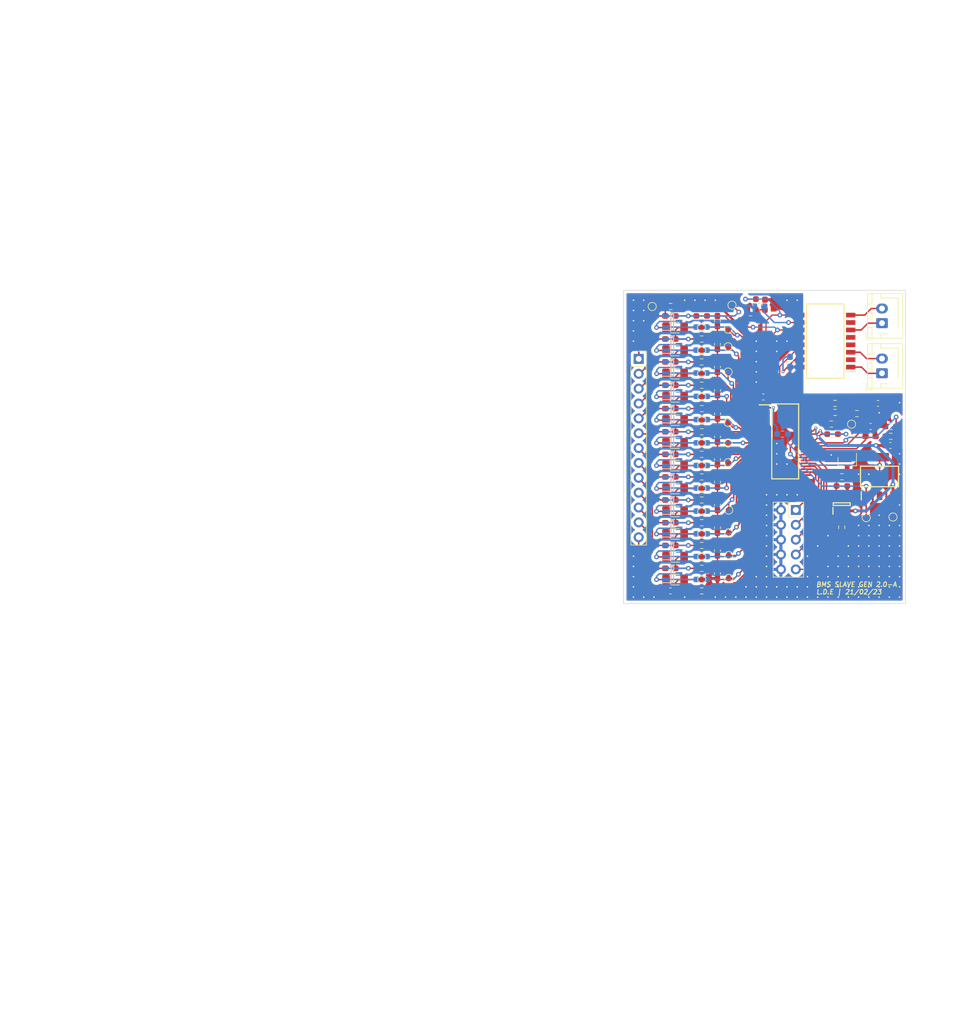
<source format=kicad_pcb>
(kicad_pcb (version 20211014) (generator pcbnew)
  (title_block (title "BMS Slave Module") (date "2023-05-04") (rev "1") (company "Team Swinburne") (comment 1 "Designer: Luke D'Elton"))
  (layers (0 "F.Cu" signal) (31 "B.Cu" signal) (34 "B.Paste" user) (35 "F.Paste" user) (36 "B.SilkS" user "B.Silkscreen") (37 "F.SilkS" user "F.Silkscreen") (38 "B.Mask" user) (39 "F.Mask" user) (44 "Edge.Cuts" user))
  (net 0 "")
  (net 1 "GND")
  (net 2 "Net-(C1-Pad2)")
  (net 3 "/VREG")
  (net 4 "Net-(C3-Pad1)")
  (net 5 "Net-(C4-Pad1)")
  (net 6 "Net-(C5-Pad1)")
  (net 7 "/C11")
  (net 8 "/C12")
  (net 9 "/C10")
  (net 10 "/C9")
  (net 11 "/C8")
  (net 12 "/C7")
  (net 13 "/C6")
  (net 14 "/C5")
  (net 15 "/C4")
  (net 16 "/C3")
  (net 17 "/C2")
  (net 18 "/C1")
  (net 19 "/V+")
  (net 20 "/Balancing and Filtering/BATT_12")
  (net 21 "/B11")
  (net 22 "/Balancing and Filtering/BATT_11")
  (net 23 "/B10")
  (net 24 "/Balancing and Filtering/BATT_10")
  (net 25 "/B9")
  (net 26 "/Balancing and Filtering/BATT_9")
  (net 27 "/B8")
  (net 28 "/Balancing and Filtering/BATT_8")
  (net 29 "Net-(F6-Pad1)")
  (net 30 "/Balancing and Filtering/BATT_7")
  (net 31 "/B6")
  (net 32 "/Balancing and Filtering/BATT_6")
  (net 33 "/B5")
  (net 34 "/Balancing and Filtering/BATT_5")
  (net 35 "/B4")
  (net 36 "/Balancing and Filtering/BATT_4")
  (net 37 "/B3")
  (net 38 "/Balancing and Filtering/BATT_3")
  (net 39 "/B2")
  (net 40 "/Balancing and Filtering/BATT_2")
  (net 41 "/B1")
  (net 42 "/Balancing and Filtering/BATT_1")
  (net 43 "/B0")
  (net 44 "/Balancing and Filtering/BATT_0")
  (net 45 "/IPA (ISO)")
  (net 46 "/IMA (ISO)")
  (net 47 "/VTEMP")
  (net 48 "/T4")
  (net 49 "/T3")
  (net 50 "/T2")
  (net 51 "/T1")
  (net 52 "/DTEN")
  (net 53 "Net-(Q1-Pad1)")
  (net 54 "Net-(Q2-Pad1)")
  (net 55 "Net-(Q2-Pad2)")
  (net 56 "Net-(Q3-Pad1)")
  (net 57 "Net-(Q3-Pad3)")
  (net 58 "Net-(Q4-Pad1)")
  (net 59 "Net-(Q4-Pad3)")
  (net 60 "Net-(Q5-Pad1)")
  (net 61 "Net-(Q5-Pad3)")
  (net 62 "Net-(Q6-Pad1)")
  (net 63 "Net-(Q6-Pad3)")
  (net 64 "Net-(Q7-Pad1)")
  (net 65 "Net-(Q7-Pad3)")
  (net 66 "Net-(Q8-Pad1)")
  (net 67 "Net-(Q8-Pad3)")
  (net 68 "Net-(Q9-Pad1)")
  (net 69 "Net-(Q9-Pad3)")
  (net 70 "Net-(Q10-Pad1)")
  (net 71 "Net-(Q10-Pad3)")
  (net 72 "Net-(Q11-Pad1)")
  (net 73 "Net-(Q11-Pad3)")
  (net 74 "Net-(Q12-Pad1)")
  (net 75 "Net-(Q12-Pad3)")
  (net 76 "Net-(Q13-Pad1)")
  (net 77 "Net-(Q13-Pad3)")
  (net 78 "Net-(Q14-Pad1)")
  (net 79 "Net-(Q14-Pad3)")
  (net 80 "/ISO_SPI_N")
  (net 81 "/ISO_SPI_P")
  (net 82 "Net-(C19-Pad1)")
  (net 83 "/S12")
  (net 84 "/S11")
  (net 85 "/S10")
  (net 86 "/S9")
  (net 87 "/S8")
  (net 88 "/S7")
  (net 89 "/S6")
  (net 90 "/S5")
  (net 91 "/S4")
  (net 92 "/S3")
  (net 93 "/S2")
  (net 94 "/S1")
  (net 98 "Net-(C20-Pad1)")
  (net 100 "/IPB (ISO)")
  (net 101 "/IMB (ISO)")
  (net 104 "Net-(R7-Pad1)")
  (net 105 "Net-(Q15-Pad3)")
  (net 108 "/ISO_SPI_+")
  (net 109 "/ISO_SPI_-")
  (net 110 "Net-(J4-Pad9)")
  (net 111 "/TCON")
  (net 112 "Net-(U1-Pad46)")
  (net 113 "Net-(U1-Pad45)")
  (net 114 "Net-(T1-Pad10)")
  (footprint "Resistor_SMD:R_1206_3216Metric_Pad1.30x1.75mm_HandSolder" (layer "F.Cu") (at 133.9345 114.5286)
    (fp_text reference "R47" hide)
    (fp_text value "33R" hide)
  )
  (footprint "TestPoint:TestPoint_Pad_D1.0mm" (layer "F.Cu") (at 138.4878 110.6424)
    (fp_text reference "TP15" hide)
    (fp_text value "TestPoint" hide)
  )
  (footprint "Resistor_SMD:R_0603_1608Metric_Pad0.98x0.95mm_HandSolder" (layer "F.Cu") (at 133.1717 67.8434 180)
    (fp_text reference "R10" hide)
    (fp_text value "100R" hide)
  )
  (footprint "Resistor_SMD:R_0603_1608Metric_Pad0.98x0.95mm_HandSolder" (layer "F.Cu") (at 161.29 84.4042)
    (fp_text reference "R4" hide)
    (fp_text value "50R" hide)
  )
  (footprint "TestPoint:TestPoint_Pad_D1.0mm" (layer "F.Cu") (at 143.002 79.0448)
    (fp_text reference "TP28" hide)
    (fp_text value "TestPoint" hide)
  )
  (footprint "Capacitor_SMD:C_0603_1608Metric_Pad1.08x0.95mm_HandSolder" (layer "F.Cu") (at 149.0218 83.312 180)
    (fp_text reference "C5" hide)
    (fp_text value "0.1uF" hide)
  )
  (footprint "Resistor_SMD:R_1206_3216Metric_Pad1.30x1.75mm_HandSolder" (layer "F.Cu") (at 133.9342 71.4502)
    (fp_text reference "R36" hide)
    (fp_text value "33R" hide)
  )
  (footprint "Capacitor_SMD:C_0603_1608Metric_Pad1.08x0.95mm_HandSolder" (layer "F.Cu") (at 141.1802 105.6629 90)
    (fp_text reference "C15" hide)
    (fp_text value "0.1uF" hide)
  )
  (footprint "Capacitor_SMD:C_0603_1608Metric_Pad1.08x0.95mm_HandSolder" (layer "F.Cu") (at 168.6306 84.4042)
    (fp_text reference "C20" hide)
    (fp_text value "0.1uF" hide)
  )
  (footprint "BMS_Library:LTC6811" (layer "F.Cu") (at 152.7622 90.9056)
    (fp_text reference "U1" hide)
    (fp_text value "LTC6811" hide)
  )
  (footprint "Resistor_SMD:R_0603_1608Metric_Pad0.98x0.95mm_HandSolder" (layer "F.Cu") (at 138.4878 89.2556 180)
    (fp_text reference "R21" hide)
    (fp_text value "100R" hide)
  )
  (footprint "Resistor_SMD:R_0603_1608Metric_Pad0.98x0.95mm_HandSolder" (layer "F.Cu") (at 160.655 87.9348)
    (fp_text reference "R6" hide)
    (fp_text value "BIAS RESISTOR (VALUE CHANGES)" hide)
  )
  (footprint "Resistor_SMD:R_0603_1608Metric_Pad0.98x0.95mm_HandSolder" (layer "F.Cu") (at 138.4808 73.406 180)
    (fp_text reference "R13" hide)
    (fp_text value "100R" hide)
  )
  (footprint "Fuse:Fuse_0603_1608Metric_Pad1.05x0.95mm_HandSolder" (layer "F.Cu") (at 133.1345 96.9772)
    (fp_text reference "F8" hide)
    (fp_text value "MFU0805FF04000P100" hide)
  )
  (footprint "TestPoint:TestPoint_Pad_D1.0mm" (layer "F.Cu") (at 143.1036 110.4116)
    (fp_text reference "TP35" hide)
    (fp_text value "TestPoint" hide)
  )
  (footprint "Resistor_SMD:R_0603_1608Metric_Pad0.98x0.95mm_HandSolder" (layer "F.Cu") (at 138.4878 104.8004 180)
    (fp_text reference "R32" hide)
    (fp_text value "100R" hide)
  )
  (footprint "Connector_JST:JST_XH_B2B-XH-AM_1x02_P2.50mm_Vertical" (layer "F.Cu") (at 169.3164 70.6882 90)
    (fp_text reference "J1" hide)
    (fp_text value "S2B-PH-K-S_LF__SN_" hide)
  )
  (footprint "TestPoint:TestPoint_Pad_D1.0mm" (layer "F.Cu") (at 143.002 87.6808)
    (fp_text reference "TP29" hide)
    (fp_text value "TestPoint" hide)
  )
  (footprint "Capacitor_SMD:C_0603_1608Metric_Pad1.08x0.95mm_HandSolder" (layer "F.Cu") (at 141.1802 90.1181 90)
    (fp_text reference "C11" hide)
    (fp_text value "0.1uF" hide)
  )
  (footprint "Resistor_SMD:R_0603_1608Metric_Pad0.98x0.95mm_HandSolder" (layer "F.Cu") (at 162.433 105.5878 90)
    (fp_text reference "R2" hide)
    (fp_text value "100k" hide)
  )
  (footprint "Fuse:Fuse_0603_1608Metric_Pad1.05x0.95mm_HandSolder" (layer "F.Cu") (at 133.1342 73.406)
    (fp_text reference "F2" hide)
    (fp_text value "MFU0805FF04000P100" hide)
  )
  (footprint "TestPoint:TestPoint_Pad_D1.0mm" (layer "F.Cu") (at 143.1036 102.6392)
    (fp_text reference "TP33" hide)
    (fp_text value "TestPoint" hide)
  )
  (footprint "TestPoint:TestPoint_Pad_D1.0mm" (layer "F.Cu") (at 138.4878 75.3618)
    (fp_text reference "TP6" hide)
    (fp_text value "TestPoint" hide)
  )
  (footprint "Resistor_SMD:R_0603_1608Metric_Pad0.98x0.95mm_HandSolder" (layer "F.Cu") (at 170.8172 88.3542)
    (fp_text reference "R49" hide)
    (fp_text value "100R" hide)
  )
  (footprint "Resistor_SMD:R_0603_1608Metric_Pad0.98x0.95mm_HandSolder" (layer "F.Cu") (at 138.4878 116.459 180)
    (fp_text reference "R35" hide)
    (fp_text value "100R" hide)
  )
  (footprint "Resistor_SMD:R_1206_3216Metric_Pad1.30x1.75mm_HandSolder" (layer "F.Cu") (at 133.9342 83.2866)
    (fp_text reference "R39" hide)
    (fp_text value "33R" hide)
  )
  (footprint "Fuse:Fuse_0603_1608Metric_Pad1.05x0.95mm_HandSolder" (layer "F.Cu") (at 133.1342 85.2932)
    (fp_text reference "F5" hide)
    (fp_text value "MFU0805FF04000P100" hide)
  )
  (footprint "Resistor_SMD:R_1206_3216Metric_Pad1.30x1.75mm_HandSolder" (layer "F.Cu") (at 133.9345 95.0468)
    (fp_text reference "R42" hide)
    (fp_text value "33R" hide)
  )
  (footprint "Resistor_SMD:R_0603_1608Metric_Pad0.98x0.95mm_HandSolder" (layer "F.Cu") (at 161.29 85.9536 180)
    (fp_text reference "R5" hide)
    (fp_text value "50R" hide)
  )
  (footprint "TestPoint:TestPoint_Pad_D1.0mm" (layer "F.Cu") (at 143.002 71.7296)
    (fp_text reference "TP25" hide)
    (fp_text value "TestPoint" hide)
  )
  (footprint "Capacitor_SMD:C_0603_1608Metric_Pad1.08x0.95mm_HandSolder" (layer "F.Cu") (at 149.3012 67.5386 90)
    (fp_text reference "C19" hide)
    (fp_text value "0.1uF" hide)
  )
  (footprint "Resistor_SMD:R_0603_1608Metric_Pad0.98x0.95mm_HandSolder" (layer "F.Cu") (at 138.4966 81.3054 180)
    (fp_text reference "R17" hide)
    (fp_text value "100R" hide)
  )
  (footprint "Connector_PinSocket_2.54mm:PinSocket_1x13_P2.54mm_Vertical" (layer "F.Cu") (at 127.7112 76.8096)
    (fp_text reference "J2" hide)
    (fp_text value "Conn_01x13_Male" hide)
  )
  (footprint "Resistor_SMD:R_0603_1608Metric_Pad0.98x0.95mm_HandSolder" (layer "F.Cu") (at 138.4878 112.5982 180)
    (fp_text reference "R34" hide)
    (fp_text value "100R" hide)
  )
  (footprint "Fuse:Fuse_0603_1608Metric_Pad1.05x0.95mm_HandSolder" (layer "F.Cu") (at 133.1342 93.1164)
    (fp_text reference "F7" hide)
    (fp_text value "MFU0805FF04000P100" hide)
  )
  (footprint "Fuse:Fuse_0603_1608Metric_Pad1.05x0.95mm_HandSolder" (layer "F.Cu") (at 133.1345 112.5982)
    (fp_text reference "F12" hide)
    (fp_text value "MFU0805FF04000P100" hide)
  )
  (footprint "Capacitor_SMD:C_0603_1608Metric_Pad1.08x0.95mm_HandSolder" (layer "F.Cu") (at 167.3617 88.3666)
    (fp_text reference "C4" hide)
    (fp_text value "0.1uF" hide)
  )
  (footprint "Capacitor_SMD:C_0603_1608Metric_Pad1.08x0.95mm_HandSolder" (layer "F.Cu") (at 141.1802 109.5491 90)
    (fp_text reference "C16" hide)
    (fp_text value "0.1uF" hide)
  )
  (footprint "Fuse:Fuse_0603_1608Metric_Pad1.05x0.95mm_HandSolder" (layer "F.Cu") (at 133.1345 116.459)
    (fp_text reference "F13" hide)
    (fp_text value "MFU0805FF04000P100" hide)
  )
  (footprint "Connector_PinSocket_2.54mm:PinSocket_2x05_P2.54mm_Vertical" (layer "F.Cu") (at 154.579 102.6206)
    (fp_text reference "J4" hide)
    (fp_text value "Conn_02x05_Counter_Clockwise" hide)
  )
  (footprint "BMS_Library:SOT230P700X180-4N" (layer "F.Cu") (at 168.896 96.901 90)
    (fp_text reference "Q2" hide)
    (fp_text value "CZT5551CT-ND" hide)
  )
  (footprint "Resistor_SMD:R_0603_1608Metric_Pad0.98x0.95mm_HandSolder" (layer "F.Cu") (at 162.4584 98.5266 180)
    (fp_text reference "R52" hide)
    (fp_text value "50k" hide)
  )
  (footprint "Fuse:Fuse_0603_1608Metric_Pad1.05x0.95mm_HandSolder" (layer "F.Cu") (at 133.1348 77.3176)
    (fp_text reference "F3" hide)
    (fp_text value "MFU0805FF04000P100" hide)
  )
  (footprint "Fuse:Fuse_0603_1608Metric_Pad1.05x0.95mm_HandSolder" (layer "F.Cu") (at 133.1345 100.9142)
    (fp_text reference "F9" hide)
    (fp_text value "MFU0805FF04000P100" hide)
  )
  (footprint "Capacitor_SMD:C_0603_1608Metric_Pad1.08x0.95mm_HandSolder" (layer "F.Cu") (at 141.189 82.1679 90)
    (fp_text reference "C9" hide)
    (fp_text value "0.1uF" hide)
  )
  (footprint "TestPoint:TestPoint_Pad_D1.0mm" (layer "F.Cu") (at 138.4878 91.1556)
    (fp_text reference "TP10" hide)
    (fp_text value "TestPoint" hide)
  )
  (footprint "Resistor_SMD:R_0603_1608Metric_Pad0.98x0.95mm_HandSolder" (layer "F.Cu") (at 138.4878 93.1164 180)
    (fp_text reference "R29" hide)
    (fp_text value "100R" hide)
  )
  (footprint "TestPoint:TestPoint_Pad_D1.0mm" (layer "F.Cu") (at 143.002 74.7268)
    (fp_text reference "TP27" hide)
    (fp_text value "TestPoint" hide)
  )
  (footprint "Resistor_SMD:R_0603_1608Metric_Pad0.98x0.95mm_HandSolder" (layer "F.Cu") (at 170.8172 90.0306)
    (fp_text reference "R48" hide)
    (fp_text value "100R" hide)
  )
  (footprint "BMS_Library:SOT95P260X110-3N" (layer "F.Cu") (at 162.433 101.6254 90)
    (fp_text reference "Q1" hide)
    (fp_text value "BSS308PE_H6327" hide)
  )
  (footprint "Resistor_SMD:R_0603_1608Metric_Pad0.98x0.95mm_HandSolder" (layer "F.Cu") (at 138.4878 100.9142 180)
    (fp_text reference "R31" hide)
    (fp_text value "100R" hide)
  )
  (footprint "Resistor_SMD:R_1206_3216Metric_Pad1.30x1.75mm_HandSolder" (layer "F.Cu") (at 133.9345 102.87)
    (fp_text reference "R44" hide)
    (fp_text value "33R" hide)
  )
  (footprint "Resistor_SMD:R_1206_3216Metric_Pad1.30x1.75mm_HandSolder" (layer "F.Cu") (at 133.9345 98.9584)
    (fp_text reference "R43" hide)
    (fp_text value "33R" hide)
  )
  (footprint "BMS_Library:SOIC127P940X597-16N" (layer "F.Cu") (at 159.6136 73.7616 180)
    (fp_text reference "T1" hide)
    (fp_text value "HX1188NL" hide)
  )
  (footprint "Resistor_SMD:R_0603_1608Metric_Pad0.98x0.95mm_HandSolder" (layer "F.Cu") (at 147.7518 67.4886 90)
    (fp_text reference "R3" hide)
    (fp_text value "50R" hide)
  )
  (footprint "Capacitor_SMD:C_0603_1608Metric_Pad1.08x0.95mm_HandSolder" (layer "F.Cu") (at 141.1732 70.3326 90)
    (fp_text reference "C6" hide)
    (fp_text value "0.1uF" hide)
  )
  (footprint "Fuse:Fuse_0603_1608Metric_Pad1.05x0.95mm_HandSolder" (layer "F.Cu") (at 133.1348 81.3054)
    (fp_text reference "F4" hide)
    (fp_text value "MFU0805FF04000P100" hide)
  )
  (footprint "Resistor_SMD:R_1206_3216Metric_Pad1.30x1.75mm_HandSolder" (layer "F.Cu") (at 133.9348 79.3242)
    (fp_text reference "R38" hide)
    (fp_text value "33R" hide)
  )
  (footprint "Capacitor_SMD:C_0603_1608Metric_Pad1.08x0.95mm_HandSolder" (layer "F.Cu") (at 141.1802 113.4607 90)
    (fp_text reference "C17" hide)
    (fp_text value "0.1uF" hide)
  )
  (footprint "Fuse:Fuse_0603_1608Metric_Pad1.05x0.95mm_HandSolder" (layer "F.Cu") (at 133.1345 108.6866)
    (fp_text reference "F11" hide)
    (fp_text value "MFU0805FF04000P100" hide)
  )
  (footprint "Resistor_SMD:R_1206_3216Metric_Pad1.30x1.75mm_HandSolder" (layer "F.Cu") (at 133.9342 87.2744)
    (fp_text reference "R40" hide)
    (fp_text value "33R" hide)
  )
  (footprint "TestPoint:TestPoint_Pad_D1.0mm" (layer "F.Cu") (at 138.5062 87.2744)
    (fp_text reference "TP9" hide)
    (fp_text value "TestPoint" hide)
  )
  (footprint "Capacitor_SMD:C_0603_1608Metric_Pad1.08x0.95mm_HandSolder" (layer "F.Cu") (at 141.1802 101.7767 90)
    (fp_text reference "C14" hide)
    (fp_text value "0.1uF" hide)
  )
  (footprint "Fuse:Fuse_0603_1608Metric_Pad1.05x0.95mm_HandSolder" (layer "F.Cu") (at 133.1342 69.4588)
    (fp_text reference "F1" hide)
    (fp_text value "MFU0805FF04000P100" hide)
  )
  (footprint "Resistor_SMD:R_0603_1608Metric_Pad0.98x0.95mm_HandSolder" (layer "F.Cu") (at 162.4584 96.9518)
    (fp_text reference "R53" hide)
    (fp_text value "100R" hide)
  )
  (footprint "Resistor_SMD:R_0603_1608Metric_Pad0.98x0.95mm_HandSolder" (layer "F.Cu") (at 138.4826 77.3176 180)
    (fp_text reference "R15" hide)
    (fp_text value "100R" hide)
  )
  (footprint "TestPoint:TestPoint_Pad_D1.0mm" (layer "F.Cu") (at 138.4966 83.2866)
    (fp_text reference "TP8" hide)
    (fp_text value "TestPoint" hide)
  )
  (footprint "Resistor_SMD:R_0603_1608Metric_Pad0.98x0.95mm_HandSolder" (layer "F.Cu") (at 138.4878 108.6866 180)
    (fp_text reference "R33" hide)
    (fp_text value "100R" hide)
  )
  (footprint "TestPoint:TestPoint_Pad_D1.0mm" (layer "F.Cu") (at 166.624 103.9368)
    (fp_text reference "TP1" hide)
    (fp_text value "TestPoint" hide)
  )
  (footprint "Package_TO_SOT_SMD:SOT-23" (layer "F.Cu") (at 163.3728 94.3356 -90)
    (fp_text reference "Q15" hide)
    (fp_text value "DTC114E" hide)
  )
  (footprint "Capacitor_SMD:C_0603_1608Metric_Pad1.08x0.95mm_HandSolder" (layer "F.Cu") (at 141.1732 74.2685 90)
    (fp_text reference "C7" hide)
    (fp_text value "0.1uF" hide)
  )
  (footprint "TestPoint:TestPoint_Pad_D1.0mm" (layer "F.Cu") (at 143.6624 67.6148)
    (fp_text reference "TP4" hide)
    (fp_text value "TestPoint" hide)
  )
  (footprint "Resistor_SMD:R_1206_3216Metric_Pad1.30x1.75mm_HandSolder" (layer "F.Cu") (at 133.9345 110.6424)
    (fp_text reference "R46" hide)
    (fp_text value "33R" hide)
  )
  (footprint "TestPoint:TestPoint_Pad_D1.0mm" (layer "F.Cu") (at 130.0226 67.8434)
    (fp_text reference "TP2" hide)
    (fp_text value "TestPoint" hide)
  )
  (footprint "Fuse:Fuse_0603_1608Metric_Pad1.05x0.95mm_HandSolder" (layer "F.Cu") (at 133.1345 104.8004)
    (fp_text reference "F10" hide)
    (fp_text value "MFU0805FF04000P100" hide)
  )
  (footprint "TestPoint:TestPoint_Pad_D1.0mm" (layer "F.Cu") (at 171.196 103.8352)
    (fp_text reference "TP3" hide)
    (fp_text value "TestPoint" hide)
  )
  (footprint "Resistor_SMD:R_0603_1608Metric_Pad0.98x0.95mm_HandSolder" (layer "F.Cu") (at 138.4808 69.4588 180)
    (fp_text reference "R11" hide)
    (fp_text value "100R" hide)
  )
  (footprint "Capacitor_SMD:C_0603_1608Metric_Pad1.08x0.95mm_HandSolder" (layer "F.Cu") (at 170.7672 91.6054)
    (fp_text reference "C2" hide)
    (fp_text value "0.1uF" hide)
  )
  (footprint "TestPoint:TestPoint_Pad_D1.0mm" (layer "F.Cu") (at 138.4878 98.9584)
    (fp_text reference "TP12" hide)
    (fp_text value "TestPoint" hide)
  )
  (footprint "TestPoint:TestPoint_Pad_D1.0mm" (layer "F.Cu") (at 138.4878 95.0468)
    (fp_text reference "TP11" hide)
    (fp_text value "TestPoint" hide)
  )
  (footprint "Capacitor_SMD:C_0603_1608Metric_Pad1.08x0.95mm_HandSolder" (layer "F.Cu") (at 141.1986 86.1557 90)
    (fp_text reference "C10" hide)
    (fp_text value "0.1uF" hide)
  )
  (footprint "Resistor_SMD:R_1206_3216Metric_Pad1.30x1.75mm_HandSolder" (layer "F.Cu") (at 133.9342 91.186)
    (fp_text reference "R41" hide)
    (fp_text value "33R" hide)
  )
  (footprint "Resistor_SMD:R_0603_1608Metric_Pad0.98x0.95mm_HandSolder" (layer "F.Cu") (at 160.8582 89.6556 180)
    (fp_text reference "R7" hide)
    (fp_text value "1.0M" hide)
  )
  (footprint "Capacitor_SMD:C_0603_1608Metric_Pad1.08x0.95mm_HandSolder" (layer "F.Cu") (at 167.3628 90.0306)
    (fp_text reference "C3" hide)
    (fp_text value "0.1uF" hide)
  )
  (footprint "TestPoint:TestPoint_Pad_D1.0mm" (layer "F.Cu") (at 138.4554 71.4502)
    (fp_text reference "TP5" hide)
    (fp_text value "TestPoint" hide)
  )
  (footprint "Resistor_SMD:R_0603_1608Metric_Pad0.98x0.95mm_HandSolder" (layer "F.Cu") (at 146.8393 69.977)
    (fp_text reference "R1" hide)
    (fp_text value "50R" hide)
  )
  (footprint "Fuse:Fuse_0603_1608Metric_Pad1.05x0.95mm_HandSolder" (layer "F.Cu") (at 133.1342 89.2556)
    (fp_text reference "F6" hide)
    (fp_text value "MFU0805FF04000P100" hide)
  )
  (footprint "TestPoint:TestPoint_Pad_D1.0mm" (layer "F.Cu") (at 143.1036 106.5254)
    (fp_text reference "TP34" hide)
    (fp_text value "TestPoint" hide)
  )
  (footprint "Resistor_SMD:R_0603_1608Metric_Pad0.98x0.95mm_HandSolder" (layer "F.Cu") (at 165.0219 86.1556)
    (fp_text reference "R8" hide)
    (fp_text value "BIAS RESISTOR (VALUE CAN CHANGE)" hide)
  )
  (footprint "Resistor_SMD:R_0603_1608Metric_Pad0.98x0.95mm_HandSolder" (layer "F.Cu") (at 138.5062 85.2932 180)
    (fp_text reference "R19" hide)
    (fp_text value "100R" hide)
  )
  (footprint "TestPoint:TestPoint_Pad_D1.0mm" (layer "F.Cu") (at 143.002 91.1556)
    (fp_text reference "TP30" hide)
    (fp_text value "TestPoint" hide)
  )
  (footprint "TestPoint:TestPoint_Pad_D1.0mm" (layer "F.Cu") (at 143.1036 114.3232)
    (fp_text reference "TP36" hide)
    (fp_text value "TestPoint" hide)
  )
  (footprint "TestPoint:TestPoint_Pad_D1.0mm" (layer "F.Cu") (at 143.002 94.5388)
    (fp_text reference "TP31" hide)
    (fp_text value "TestPoint" hide)
  )
  (footprint "TestPoint:TestPoint_Pad_D1.0mm" (layer "F.Cu") (at 164.1094 87.9583)
    (fp_text reference "TP17" hide)
    (fp_text value "TestPoint" hide)
  )
  (footprint "Capacitor_SMD:C_0603_1608Metric_Pad1.08x0.95mm_HandSolder" (layer "F.Cu") (at 141.175 78.1801 90)
    (fp_text reference "C8" hide)
    (fp_text value "0.1uF" hide)
  )
  (footprint "TestPoint:TestPoint_Pad_D1.0mm" (layer "F.Cu") (at 138.4572 79.3242)
    (fp_text reference "TP7" hide)
    (fp_text value "TestPoint" hide)
  )
  (footprint "TestPoint:TestPoint_Pad_D1.0mm" (layer "F.Cu") (at 138.4878 106.7308)
    (fp_text reference "TP14" hide)
    (fp_text value "TestPoint" hide)
  )
  (footprint "Capacitor_SMD:C_0603_1608Metric_Pad1.08x0.95mm_HandSolder" (layer "F.Cu") (at 141.1802 93.9789 90)
    (fp_text reference "C12" hide)
    (fp_text value "0.1uF" hide)
  )
  (footprint "Resistor_SMD:R_1206_3216Metric_Pad1.30x1.75mm_HandSolder" (layer "F.Cu") (at 133.9345 106.7308)
    (fp_text reference "R45" hide)
    (fp_text value "33R" hide)
  )
  (footprint "Resistor_SMD:R_0603_1608Metric_Pad0.98x0.95mm_HandSolder" (layer "F.Cu") (at 138.4878 96.9772 180)
    (fp_text reference "R30" hide)
    (fp_text value "100R" hide)
  )
  (footprint "Resistor_SMD:R_1206_3216Metric_Pad1.30x1.75mm_HandSolder" (layer "F.Cu") (at 133.9348 75.3618)
    (fp_text reference "R37" hide)
    (fp_text value "33R" hide)
  )
  (footprint "Capacitor_SMD:C_0603_1608Metric_Pad1.08x0.95mm_HandSolder" (layer "F.Cu") (at 141.1802 97.8397 90)
    (fp_text reference "C13" hide)
    (fp_text value "0.1uF" hide)
  )
  (footprint "TestPoint:TestPoint_Pad_D1.0mm" (layer "F.Cu") (at 138.4878 114.5286)
    (fp_text reference "TP16" hide)
    (fp_text value "TestPoint" hide)
  )
  (footprint "TestPoint:TestPoint_Pad_D1.0mm" (layer "F.Cu") (at 138.4878 102.87)
    (fp_text reference "TP13" hide)
    (fp_text value "TestPoint" hide)
  )
  (footprint "Connector_JST:JST_XH_B2B-XH-AM_1x02_P2.50mm_Vertical" (layer "F.Cu") (at 169.3164 79.248 90)
    (fp_text reference "J3" hide)
    (fp_text value "S2B-PH-K-S_LF__SN_" hide)
  )
  (footprint "BMS_Library:SOT95P260X110-3N" (layer "B.Cu") (at 133.4586 113.5482)
    (fp_text reference "Q14" hide)
    (fp_text value "BSS308PE_H6327" hide)
  )
  (footprint "Resistor_SMD:R_0603_1608Metric_Pad0.98x0.95mm_HandSolder" (layer "B.Cu") (at 138.4878 102.8142 180)
    (fp_text reference "R25" hide)
    (fp_text value "3.3k" hide)
  )
  (footprint "Resistor_SMD:R_0603_1608Metric_Pad0.98x0.95mm_HandSolder" (layer "B.Cu") (at 138.4878 91.1556 180)
    (fp_text reference "R22" hide)
    (fp_text value "3.3k" hide)
  )
  (footprint "Resistor_SMD:R_0603_1608Metric_Pad0.98x0.95mm_HandSolder" (layer "B.Cu") (at 138.4966 83.2054 180)
    (fp_text reference "R18" hide)
    (fp_text value "3.3k" hide)
  )
  (footprint "BMS_Library:SOT95P260X110-3N" (layer "B.Cu") (at 133.4516 70.4088)
    (fp_text reference "Q3" hide)
    (fp_text value "BSS308PE_H6327" hide)
  )
  (footprint "BMS_Library:SOT95P260X110-3N" (layer "B.Cu") (at 133.4674 82.2554)
    (fp_text reference "Q6" hide)
    (fp_text value "BSS308PE_H6327" hide)
  )
  (footprint "Resistor_SMD:R_0603_1608Metric_Pad0.98x0.95mm_HandSolder" (layer "B.Cu") (at 138.4572 79.2176 180)
    (fp_text reference "R16" hide)
    (fp_text value "3.3k" hide)
  )
  (footprint "Resistor_SMD:R_0603_1608Metric_Pad0.98x0.95mm_HandSolder" (layer "B.Cu") (at 138.4554 75.306 180)
    (fp_text reference "R14" hide)
    (fp_text value "3.3k" hide)
  )
  (footprint "BMS_Library:SOT95P260X110-3N" (layer "B.Cu") (at 133.4586 101.8642)
    (fp_text reference "Q11" hide)
    (fp_text value "BSS308PE_H6327" hide)
  )
  (footprint "Resistor_SMD:R_0603_1608Metric_Pad0.98x0.95mm_HandSolder" (layer "B.Cu") (at 138.4878 110.5866 180)
    (fp_text reference "R27" hide)
    (fp_text value "3.3k" hide)
  )
  (footprint "BMS_Library:SOT95P260X110-3N" (layer "B.Cu") (at 133.4586 109.6366)
    (fp_text reference "Q13" hide)
    (fp_text value "BSS308PE_H6327" hide)
  )
  (footprint "Resistor_SMD:R_0603_1608Metric_Pad0.98x0.95mm_HandSolder" (layer "B.Cu") (at 138.5062 87.1728 180)
    (fp_text reference "R20" hide)
    (fp_text value "3.3k" hide)
  )
  (footprint "BMS_Library:SOT95P260X110-3N" (layer "B.Cu") (at 133.4586 90.2056)
    (fp_text reference "Q8" hide)
    (fp_text value "BSS308PE_H6327" hide)
  )
  (footprint "BMS_Library:SOT95P260X110-3N" (layer "B.Cu") (at 133.477 86.2432)
    (fp_text reference "Q7" hide)
    (fp_text value "BSS308PE_H6327" hide)
  )
  (footprint "Resistor_SMD:R_0603_1608Metric_Pad0.98x0.95mm_HandSolder" (layer "B.Cu") (at 138.4878 98.8772 180)
    (fp_text reference "R24" hide)
    (fp_text value "3.3k" hide)
  )
  (footprint "Resistor_SMD:R_0603_1608Metric_Pad0.98x0.95mm_HandSolder" (layer "B.Cu") (at 138.4878 114.4982 180)
    (fp_text reference "R28" hide)
    (fp_text value "3.3k" hide)
  )
  (footprint "Capacitor_SMD:C_0603_1608Metric_Pad1.08x0.95mm_HandSolder" (layer "B.Cu") (at 148.3106 67.7926)
    (fp_text reference "C18" hide)
    (fp_text value "0.01uF" hide)
  )
  (footprint "Capacitor_SMD:C_0603_1608Metric_Pad1.08x0.95mm_HandSolder" (layer "B.Cu") (at 153.5938 77.3176 90)
    (fp_text reference "C1" hide)
    (fp_text value "0.01uF" hide)
  )
  (footprint "BMS_Library:SOT95P260X110-3N" (layer "B.Cu") (at 133.4516 74.356)
    (fp_text reference "Q4" hide)
    (fp_text value "BSS308PE_H6327" hide)
  )
  (footprint "Resistor_SMD:R_0603_1608Metric_Pad0.98x0.95mm_HandSolder" (layer "B.Cu") (at 152.3071 89.6514 180)
    (fp_text reference "R9" hide)
    (fp_text value "100R" hide)
  )
  (footprint "BMS_Library:SOT95P260X110-3N" (layer "B.Cu") (at 133.4586 97.9272)
    (fp_text reference "Q10" hide)
    (fp_text value "BSS308PE_H6327" hide)
  )
  (footprint "Resistor_SMD:R_0603_1608Metric_Pad0.98x0.95mm_HandSolder" (layer "B.Cu") (at 138.4878 95.0164 180)
    (fp_text reference "R23" hide)
    (fp_text value "3.3k" hide)
  )
  (footprint "BMS_Library:SOT95P260X110-3N" (layer "B.Cu") (at 133.4534 78.2676)
    (fp_text reference "Q5" hide)
    (fp_text value "BSS308PE_H6327" hide)
  )
  (footprint "Resistor_SMD:R_0603_1608Metric_Pad0.98x0.95mm_HandSolder" (layer "B.Cu") (at 138.4878 106.7004 180)
    (fp_text reference "R26" hide)
    (fp_text value "3.3k" hide)
  )
  (footprint "BMS_Library:SOT95P260X110-3N" (layer "B.Cu") (at 133.4586 105.7504)
    (fp_text reference "Q12" hide)
    (fp_text value "BSS308PE_H6327" hide)
  )
  (footprint "Resistor_SMD:R_0603_1608Metric_Pad0.98x0.95mm_HandSolder" (layer "B.Cu") (at 138.4554 71.3588 180)
    (fp_text reference "R12" hide)
    (fp_text value "3.3k" hide)
  )
  (footprint "BMS_Library:SOT95P260X110-3N" (layer "B.Cu") (at 133.4586 94.0664)
    (fp_text reference "Q9" hide)
    (fp_text value "BSS308PE_H6327" hide)
  )
  (gr_rect (start 125.1204 118.618) (end 173.3296 65.0748) (layer "Edge.Cuts") (width 0.1) (fill none))
  (gr_text "BMS SLAVE GEN 2.0-A\nL.D.E | 21/02/23" (at 158 116) (layer "F.SilkS") (effects (font (size 0.8 0.8) (thickness 0.15) italic) (justify left)))
  (segment (start 154.3304 95.7072) (end 154.3304 94.234) (width 0.25) (layer "F.Cu") (net 1))
  (segment (start 154.7788 96.1556) (end 154.3304 95.7072) (width 0.25) (layer "F.Cu") (net 1))
  (segment (start 157.988 97.282) (end 157.988 96.6314) (width 0.25) (layer "F.Cu") (net 1))
  (segment (start 156.3122 96.1556) (end 154.7788 96.1556) (width 0.25) (layer "F.Cu") (net 1))
  (segment (start 157.5634 97.7066) (end 157.988 97.282) (width 0.25) (layer "F.Cu") (net 1))
  (segment (start 140.261 114.3232) (end 141.1802 114.3232) (width 0.25) (layer "F.Cu") (net 1))
  (segment (start 139.4003 115.1839) (end 140.261 114.3232) (width 0.25) (layer "F.Cu") (net 1))
  (segment (start 157.988 96.6314) (end 157.5122 96.1556) (width 0.25) (layer "F.Cu") (net 1))
  (segment (start 154.3304 94.234) (end 154.9088 93.6556) (width 0.25) (layer "F.Cu") (net 1))
  (segment (start 139.4003 116.459) (end 142.9512 116.459) (width 0.25) (layer "F.Cu") (net 1))
  (segment (start 147.1172 98.4754) (end 147.886 97.7066) (width 0.25) (layer "F.Cu") (net 1))
  (segment (start 139.4003 116.459) (end 139.4003 115.1839) (width 0.25) (layer "F.Cu") (net 1))
  (segment (start 147.1172 112.293) (end 147.1172 98.4754) (width 0.25) (layer "F.Cu") (net 1))
  (segment (start 156.3122 93.6556) (end 156.3122 94.1556) (width 0.25) (layer "F.Cu") (net 1))
  (segment (start 142.9512 116.459) (end 147.1172 112.293) (width 0.25) (layer "F.Cu") (net 1))
  (segment (start 154.9088 93.6556) (end 156.3122 93.6556) (width 0.25) (layer "F.Cu") (net 1))
  (segment (start 157.5122 96.1556) (end 156.3122 96.1556) (width 0.25) (layer "F.Cu") (net 1))
  (segment (start 147.886 97.7066) (end 157.5634 97.7066) (width 0.25) (layer "F.Cu") (net 1))
  (via (at 168.8204 105.2748) (size 0.5) (drill 0.25) (layers "F.Cu" "B.Cu") (net 1))
  (via (at 160.0704 107.0248) (size 0.5) (drill 0.25) (layers "F.Cu" "B.Cu") (net 1))
  (via (at 139.0704 66.7748) (size 0.5) (drill 0.25) (layers "F.Cu" "B.Cu") (net 1))
  (via (at 147.8204 117.5248) (size 0.5) (drill 0.25) (layers "F.Cu" "B.Cu") (net 1))
  (via (at 163.5704 114.0248) (size 0.5) (drill 0.25) (layers "F.Cu" "B.Cu") (net 1))
  (via (at 167.0704 110.5248) (size 0.5) (drill 0.25) (layers "F.Cu" "B.Cu") (net 1))
  (via (at 130.3204 117.5248) (size 0.5) (drill 0.25) (layers "F.Cu" "B.Cu") (net 1))
  (via (at 160.0704 112.2748) (size 0.5) (drill 0.25) (layers "F.Cu" "B.Cu") (net 1))
  (via (at 153.0704 100.0248) (size 0.5) (drill 0.25) (layers "F.Cu" "B.Cu") (net 1))
  (via (at 163.5704 110.5248) (size 0.5) (drill 0.25) (layers "F.Cu" "B.Cu") (net 1))
  (via (at 151.3204 94.7748) (size 0.5) (drill 0.25) (layers "F.Cu" "B.Cu") (net 1))
  (via (at 168.8204 117.5248) (size 0.5) (drill 0.25) (layers "F.Cu" "B.Cu") (net 1))
  (via (at 149.5704 103.5248) (size 0.5) (drill 0.25) (layers "F.Cu" "B.Cu") (net 1))
  (via (at 158.3204 117.5248) (size 0.5) (drill 0.25) (layers "F.Cu" "B.Cu") (net 1))
  (via (at 149.5704 105.2748) (size 0.5) (drill 0.25) (layers "F.Cu" "B.Cu") (net 1))
  (via (at 142.5704 117.5248) (size 0.5) (drill 0.25) (layers "F.Cu" "B.Cu") (net 1))
  (via (at 172.3204 114.0248) (size 0.5) (drill 0.25) (layers "F.Cu" "B.Cu") (net 1))
  (via (at 126.8204 115.7748) (size 0.5) (drill 0.25) (layers "F.Cu" "B.Cu") (net 1))
  (via (at 149.5704 107.0248) (size 0.5) (drill 0.25) (layers "F.Cu" "B.Cu") (net 1))
  (via (at 165.3204 110.5248) (size 0.5) (drill 0.25) (layers "F.Cu" "B.Cu") (net 1))
  (via (at 170.5704 117.5248) (size 0.5) (drill 0.25) (layers "F.Cu" "B.Cu") (net 1))
  (via (at 126.8204 73.7748) (size 0.5) (drill 0.25) (layers "F.Cu" "B.Cu") (net 1))
  (via (at 154.8204 117.5248) (size 0.5) (drill 0.25) (layers "F.Cu" "B.Cu") (net 1))
  (via (at 163.5704 112.2748) (size 0.5) (drill 0.25) (layers "F.Cu" "B.Cu") (net 1))
  (via (at 167.0704 107.0248) (size 0.5) (drill 0.25) (layers "F.Cu" "B.Cu") (net 1))
  (via (at 156.5704 114.0248) (size 0.5) (drill 0.25) (layers "F.Cu" "B.Cu") (net 1))
  (via (at 126.8204 112.2748) (size 0.5) (drill 0.25) (layers "F.Cu" "B.Cu") (net 1))
  (via (at 151.3204 100.0248) (size 0.5) (drill 0.25) (layers "F.Cu" "B.Cu") (net 1))
  (via (at 147.8204 79.0248) (size 0.5) (drill 0.25) (layers "F.Cu" "B.Cu") (net 1))
  (via (at 167.0704 115.7748) (size 0.5) (drill 0.25) (layers "F.Cu" "B.Cu") (net 1))
  (via (at 165.3204 105.2748) (size 0.5) (drill 0.25) (layers "F.Cu" "B.Cu") (net 1))
  (via (at 170.5704 110.5248) (size 0.5) (drill 0.25) (layers "F.Cu" "B.Cu") (net 1))
  (via (at 149.5704 115.7748) (size 0.5) (drill 0.25) (layers "F.Cu" "B.Cu") (net 1))
  (via (at 165.3204 117.5248) (size 0.5) (drill 0.25) (layers "F.Cu" "B.Cu") (net 1))
  (via (at 172.3204 115.7748) (size 0.5) (drill 0.25) (layers "F.Cu" "B.Cu") (net 1))
  (via (at 126.8204 66.7748) (size 0.5) (drill 0.25) (layers "F.Cu" "B.Cu") (net 1))
  (via (at 172.3204 107.0248) (size 0.5) (drill 0.25) (layers "F.Cu" "B.Cu") (net 1))
  (via (at 156.5704 117.5248) (size 0.5) (drill 0.25) (layers "F.Cu" "B.Cu") (net 1))
  (via (at 149.5704 112.2748) (size 0.5) (drill 0.25) (layers "F.Cu" "B.Cu") (net 1))
  (via (at 146.0704 117.5248) (size 0.5) (drill 0.25) (layers "F.Cu" "B.Cu") (net 1))
  (via (at 149.5704 114.0248) (size 0.5) (drill 0.25) (layers "F.Cu" "B.Cu") (net 1))
  (via (at 165.3204 107.0248) (size 0.5) (drill 0.25) (layers "F.Cu" "B.Cu") (net 1))
  (via (at 126.8204 110.5248) (size 0.5) (drill 0.25) (layers "F.Cu" "B.Cu") (net 1))
  (via (at 140.8204 117.5248) (size 0.5) (drill 0.25) (layers "F.Cu" "B.Cu") (net 1))
  (via (at 126.8204 70.2748) (size 0.5) (drill 0.25) (layers "F.Cu" "B.Cu") (net 1))
  (via (at 170.5704 112.2748) (size 0.5) (drill 0.25) (layers "F.Cu" "B.Cu") (net 1))
  (via (at 170.5704 115.7748) (size 0.5) (drill 0.25) (layers "F.Cu" "B.Cu") (net 1))
  (via (at 160.0704 115.7748) (size 0.5) (drill 0.25) (layers "F.Cu" "B.Cu") (net 1))
  (via (at 161.8204 110.5248) (size 0.5) (drill 0.25) (layers "F.Cu" "B.Cu") (net 1))
  (via (at 151.3204 93.0248) (size 0.5) (drill 0.25) (layers "F.Cu" "B.Cu") (net 1))
  (via (at 154.8204 66.7748) (size 0.5) (drill 0.25) (layers "F.Cu" "B.Cu") (net 1))
  (via (at 163.5704 108.7748) (size 0.5) (drill 0.25) (layers "F.Cu" "B.Cu") (net 1))
  (via (at 140.8204 66.7748) (size 0.5) (drill 0.25) (layers "F.Cu" "B.Cu") (net 1))
  (via (at 153.0704 73.7748) (size 0.5) (drill 0.25) (layers "F.Cu" "B.Cu") (net 1))
  (via (at 144.3204 117.5248) (size 0.5) (drill 0.25) (layers "F.Cu" "B.Cu") (net 1))
  (via (at 165.3204 114.0248) (size 0.5) (drill 0.25) (layers "F.Cu" "B.Cu") (net 1))
  (via (at 168.8204 86.0248) (size 0.5) (drill 0.25) (layers "F.Cu" "B.Cu") (net 1))
  (via (at 161.8204 114.0248) (size 0.5) (drill 0.25) (layers "F.Cu" "B.Cu") (net 1))
  (via (at 147.8204 115.7748) (size 0.5) (drill 0.25) (layers "F.Cu" "B.Cu") (net 1))
  (via (at 168.8204 115.7748) (size 0.5) (drill 0.25) (layers "F.Cu" "B.Cu") (net 1))
  (via (at 153.0704 115.7748) (size 0.5) (drill 0.25) (layers "F.Cu" "B.Cu") (net 1))
  (via (at 168.8204 103.5248) (size 0.5) (drill 0.25) (layers "F.Cu" "B.Cu") (net 1))
  (via (at 135.5704 117.5248) (size 0.5) (drill 0.25) (layers "F.Cu" "B.Cu") (net 1))
  (via (at 165.3204 115.7748) (size 0.5) (drill 0.25) (layers "F.Cu" "B.Cu") (net 1))
  (via (at 128.5704 68.5248) (size 0.5) (drill 0.25) (layers "F.Cu" "B.Cu") (net 1))
  (via (at 167.0704 117.5248) (size 0.5) (drill 0.25) (layers "F.Cu" "B.Cu") (net 1))
  (via (at 168.8204 112.2748) (size 0.5) (drill 0.25) (layers "F.Cu" "B.Cu") (net 1))
  (via (at 137.3204 66.7748) (size 0.5) (drill 0.25) (layers "F.Cu" "B.Cu") (net 1))
  (via (at 163.5704 115.7748) (size 0.5) (drill 0.25) (layers "F.Cu" "B.Cu") (net 1))
  (via (at 170.5704 114.0248) (size 0.5) (drill 0.25) (layers "F.Cu" "B.Cu") (net 1))
  (via (at 151.3204 115.7748) (size 0.5) (drill 0.25) (layers "F.Cu" "B.Cu") (net 1))
  (via (at 160.0704 117.5248) (size 0.5) (drill 0.25) (layers "F.Cu" "B.Cu") (net 1))
  (via (at 158.3204 114.0248) (size 0.5) (drill 0.25) (layers "F.Cu" "B.Cu") (net 1))
  (via (at 172.3204 108.7748) (size 0.5) (drill 0.25) (layers "F.Cu" "B.Cu") (net 1))
  (via (at 172.3204 93.0248) (size 0.5) (drill 0.25) (layers "F.Cu" "B.Cu") (net 1))
  (via (at 158.3204 115.7748) (size 0.5) (drill 0.25) (layers "F.Cu" "B.Cu") (net 1))
  (via (at 167.0704 96.5248) (size 0.5) (drill 0.25) (layers "F.Cu" "B.Cu") (net 1))
  (via (at 147.8204 73.7748) (size 0.5) (drill 0.25) (layers "F.Cu" "B.Cu") (net 1))
  (via (at 170.5704 105.2748) (size 0.5) (drill 0.25) (layers "F.Cu" "B.Cu") (net 1))
  (via (at 170.5704 107.0248) (size 0.5) (drill 0.25) (layers "F.Cu" "B.Cu") (net 1))
  (via (at 151.3204 117.5248) (size 0.5) (drill 0.25) (layers "F.Cu" "B.Cu") (net 1))
  (via (at 170.5704 108.7748) (size 0.5) (drill 0.25) (layers "F.Cu" "B.Cu") (net 1))
  (via (at 168.8204 107.0248) (size 0.5) (drill 0.25) (layers "F.Cu" "B.Cu") (net 1))
  (via (at 167.0704 105.2748) (size 0.5) (drill 0.25) (layers "F.Cu" "B.Cu") (net 1))
  (via (at 168.8204 108.7748) (size 0.5) (drill 0.25) (layers "F.Cu" "B.Cu") (net 1))
  (via (at 147.8204 77.2748) (size 0.5) (drill 0.25) (layers "F.Cu" "B.Cu") (net 1))
  (via (at 172.3204 112.2748) (size 0.5) (drill 0.25) (layers "F.Cu" "B.Cu") (net 1))
  (via (at 151.3204 91.2748) (size 0.5) (drill 0.25) (layers "F.Cu" "B.Cu") (net 1))
  (via (at 161.8204 115.7748) (size 0.5) (drill 0.25) (layers "F.Cu" "B.Cu") (net 1))
  (via (at 163.5704 117.5248) (size 0.5) (drill 0.25) (layers "F.Cu" "B.Cu") (net 1))
  (via (at 126.8204 68.5248) (size 0.5) (drill 0.25) (layers "F.Cu" "B.Cu") (net 1))
  (via (at 165.3204 112.2748) (size 0.5) (drill 0.25) (layers "F.Cu" "B.Cu") (net 1))
  (via (at 172.3204 105.2748) (size 0.5) (drill 0.25) (layers "F.Cu" "B.Cu") (net 1))
  (via (at 153.0704 117.5248) (size 0.5) (drill 0.25) (layers "F.Cu" "B.Cu") (net 1))
  (via (at 158.3204 108.7748) (size 0.5) (drill 0.25) (layers "F.Cu" "B.Cu") (net 1))
  (via (at 128.5704 66.7748) (size 0.5) (drill 0.25) (layers "F.Cu" "B.Cu") (net 1))
  (via (at 153.0704 66.7748) (size 0.5) (drill 0.25) (layers "F.Cu" "B.Cu") (net 1))
  (via (at 172.3204 117.5248) (size 0.5) (drill 0.25) (layers "F.Cu" "B.Cu") (net 1))
  (via (at 128.5704 117.5248) (size 0.5) (drill 0.25) (layers "F.Cu" "B.Cu") (net 1))
  (via (at 161.8204 112.2748) (size 0.5) (drill 0.25) (layers "F.Cu" "B.Cu") (net 1))
  (via (at 167.0704 114.0248) (size 0.5) (drill 0.25) (layers "F.Cu" "B.Cu") (net 1))
  (via (at 149.5704 108.7748) (size 0.5) (drill 0.25) (layers "F.Cu" "B.Cu") (net 1))
  (via (at 160.6296 93.218) (size 0.5) (drill 0.25) (layers "F.Cu" "B.Cu") (net 1))
  (via (at 126.8204 117.5248) (size 0.5) (drill 0.25) (layers "F.Cu" "B.Cu") (net 1))
  (via (at 172.3204 96.5248) (size 0.5) (drill 0.25) (layers "F.Cu" "B.Cu") (net 1))
  (via (at 151.3204 73.7748) (size 0.5) (drill 0.25) (layers "F.Cu" "B.Cu") (net 1))
  (via (at 126.8204 72.0248) (size 0.5) (drill 0.25) (layers "F.Cu" "B.Cu") (net 1))
  (via (at 149.5704 110.5248) (size 0.5) (drill 0.25) (layers "F.Cu" "B.Cu") (net 1))
  (via (at 167.0704 112.2748) (size 0.5) (drill 0.25) (layers "F.Cu" "B.Cu") (net 1))
  (via (at 156.5704 115.7748) (size 0.5) (drill 0.25) (layers "F.Cu" "B.Cu") (net 1))
  (via (at 153.0704 94.7748) (size 0.5) (drill 0.25) (layers "F.Cu" "B.Cu") (net 1))
  (via (at 154.8204 115.7748) (size 0.5) (drill 0.25) (layers "F.Cu" "B.Cu") (net 1))
  (via (at 149.5704 117.5248) (size 0.5) (drill 0.25) (layers "F.Cu" "B.Cu") (net 1))
  (via (at 161.8204 117.5248) (size 0.5) (drill 0.25) (layers "F.Cu" "B.Cu") (net 1))
  (via (at 156.5704 110.5248) (size 0.5) (drill 0.25) (layers "F.Cu" "B.Cu") (net 1))
  (via (at 168.8204 110.5248) (size 0.5) (drill 0.25) (layers "F.Cu" "B.Cu") (net 1))
  (via (at 160.0704 114.0248) (size 0.5) (drill 0.25) (layers "F.Cu" "B.Cu") (net 1))
  (via (at 147.8204 114.0248) (size 0.5) (drill 0.25) (layers "F.Cu" "B.Cu") (net 1))
  (via (at 167.0704 108.7748) (size 0.5) (drill 0.25) (layers "F.Cu" "B.Cu") (net 1))
  (via (at 147.8204 80.7748) (size 0.5) (drill 0.25) (layers "F.Cu" "B.Cu") (net 1))
  (via (at 154.8204 100.0248) (size 0.5) (drill 0.25) (layers "F.Cu" "B.Cu") (net 1))
  (via (at 168.8204 114.0248) (size 0.5) (drill 0.25) (layers "F.Cu" "B.Cu") (net 1))
  (via (at 149.5704 101.7748) (size 0.5) (drill 0.25) (layers "F.Cu" "B.Cu") (net 1))
  (via (at 135.5704 66.7748) (size 0.5) (drill 0.25) (layers "F.Cu" "B.Cu") (net 1))
  (via (at 149.5704 100.0248) (size 0.5) (drill 0.25) (layers "F.Cu" "B.Cu") (net 1))
  (via (at 151.3204 75.5248) (size 0.5) (drill 0.25) (layers "F.Cu" "B.Cu") (net 1))
  (via (at 147.8204 75.5248) (size 0.5) (drill 0.25) (layers "F.Cu" "B.Cu") (net 1))
  (via (at 146.0704 115.7748) (size 0.5) (drill 0.25) (layers "F.Cu" "B.Cu") (net 1))
  (via (at 172.3204 110.5248) (size 0.5) (drill 0.25) (layers "F.Cu" "B.Cu") (net 1))
  (via (at 128.5704 70.2748) (size 0.5) (drill 0.25) (layers "F.Cu" "B.Cu") (net 1))
  (via (at 165.3204 96.5248) (size 0.5) (drill 0.25) (layers "F.Cu" "B.Cu") (net 1))
  (via (at 172.3204 84.2748) (size 0.5) (drill 0.25) (layers "F.Cu" "B.Cu") (net 1))
  (via (at 126.8204 114.0248) (size 0.5) (drill 0.25) (layers "F.Cu" "B.Cu") (net 1))
  (via (at 172.3204 94.7748) (size 0.5) (drill 0.25) (layers "F.Cu" "B.Cu") (net 1))
  (via (at 172.3204 101.7748) (size 0.5) (drill 0.25) (layers "F.Cu" "B.Cu") (net 1))
  (via (at 165.3204 108.7748) (size 0.5) (drill 0.25) (layers "F.Cu" "B.Cu") (net 1))
  (segment (start 152.5084 78.84336) (end 154.41516 76.9366) (width 0.25) (layer "F.Cu") (net 2))
  (segment (start 152.384585 78.991959) (end 152.5084 78.868144) (width 0.25) (layer "F.Cu") (net 2))
  (segment (start 152.5084 78.868144) (end 152.5084 78.84336) (width 0.25) (layer "F.Cu") (net 2))
  (segment (start 154.41516 76.9366) (end 155.2616 76.9366) (width 0.25) (layer "F.Cu") (net 2))
  (via (at 152.384585 78.991959) (size 0.5) (drill 0.25) (layers "F.Cu" "B.Cu") (net 2))
  (segment (start 152.384585 76.926615) (end 152.8561 76.4551) (width 0.25) (layer "B.Cu") (net 2))
  (segment (start 152.384585 78.991959) (end 152.384585 76.926615) (width 0.25) (layer "B.Cu") (net 2))
  (segment (start 152.8561 76.4551) (end 153.5938 76.4551) (width 0.25) (layer "B.Cu") (net 2))
  (segment (start 169.9047 91.6054) (end 169.9047 90.0306) (width 0.5) (layer "F.Cu") (net 3))
  (segment (start 163.3709 98.5266) (end 163.383 98.5387) (width 0.25) (layer "F.Cu") (net 3))
  (segment (start 157.9342 90.6556) (end 156.3122 90.6556) (width 0.25) (layer "F.Cu") (net 3))
  (segment (start 163.383 98.5387) (end 163.383 102.7754) (width 0.5) (layer "F.Cu") (net 3))
  (segment (start 171.196 100.201) (end 171.196 103.8352) (width 0.25) (layer "F.Cu") (net 3))
  (segment (start 158.9342 89.6556) (end 158.4452 90.1446) (width 0.25) (layer "F.Cu") (net 3))
  (segment (start 164.7698 102.7754) (end 163.383 102.7754) (width 0.5) (layer "F.Cu") (net 3))
  (segment (start 169.9047 91.6054) (end 168.275 91.6054) (width 0.5) (layer "F.Cu") (net 3))
  (segment (start 157.4784 89.1556) (end 156.3122 89.1556) (width 0.25) (layer "F.Cu") (net 3))
  (segment (start 159.9457 89.6556) (end 158.9342 89.6556) (width 0.25) (layer "F.Cu") (net 3))
  (segment (start 171.196 100.201) (end 171.196 98.2472) (width 0.5) (layer "F.Cu") (net 3))
  (segment (start 158.0134 88.6206) (end 157.4784 89.1556) (width 0.25) (layer "F.Cu") (net 3))
  (segment (start 158.4452 90.1446) (end 157.9342 90.6556) (width 0.25) (layer "F.Cu") (net 3))
  (via (at 158.0134 88.6206) (size 0.5) (drill 0.25) (layers "F.Cu" "B.Cu") (net 3))
  (via (at 158.4452 90.1446) (size 0.6) (drill 0.3) (layers "F.Cu" "B.Cu") (net 3))
  (via (at 171.196 98.2472) (size 0.8) (drill 0.4) (layers "F.Cu" "B.Cu") (net 3))
  (via (at 168.275 91.6054) (size 0.8) (drill 0.4) (layers "F.Cu" "B.Cu") (net 3))
  (via (at 164.7698 102.7754) (size 0.8) (drill 0.4) (layers "F.Cu" "B.Cu") (net 3))
  (segment (start 171.196 98.2472) (end 171.196 94.5264) (width 0.5) (layer "B.Cu") (net 3))
  (segment (start 164.7698 102.7754) (end 166.6678 102.7754) (width 0.5) (layer "B.Cu") (net 3))
  (segment (start 168.275 91.6054) (end 159.906 91.6054) (width 0.5) (layer "B.Cu") (net 3))
  (segment (start 171.196 94.5264) (end 168.275 91.6054) (width 0.5) (layer "B.Cu") (net 3))
  (segment (start 158.0134 89.7128) (end 158.4452 90.1446) (width 0.25) (layer "B.Cu") (net 3))
  (segment (start 158.0134 88.6206) (end 158.0134 89.7128) (width 0.25) (layer "B.Cu") (net 3))
  (segment (start 159.906 91.6054) (end 158.4452 90.1446) (width 0.5) (layer "B.Cu") (net 3))
  (segment (start 166.6678 102.7754) (end 171.196 98.2472) (width 0.5) (layer "B.Cu") (net 3))
  (segment (start 166.5003 90.0306) (end 166.5003 90.6239) (width 0.25) (layer "F.Cu") (net 4))
  (segment (start 166.5003 90.6239) (end 164.9686 92.1556) (width 0.25) (layer "F.Cu") (net 4))
  (segment (start 164.9686 92.1556) (end 156.3122 92.1556) (width 0.25) (layer "F.Cu") (net 4))
  (segment (start 156.3122 91.6556) (end 163.2102 91.6556) (width 0.25) (layer "F.Cu") (net 5))
  (segment (start 163.2102 91.6556) (end 166.4992 88.3666) (width 0.25) (layer "F.Cu") (net 5))
  (segment (start 149.2122 85.1556) (end 150.7596 85.1556) (width 0.25) (layer "F.Cu") (net 6))
  (segment (start 147.4724 84.6328) (end 146.6766 83.837) (width 0.4) (layer "F.Cu") (net 6))
  (segment (start 147.4724 84.6328) (end 147.9952 85.1556) (width 0.25) (layer "F.Cu") (net 6))
  (segment (start 130.0226 66.9036) (end 130.0226 67.8434) (width 0.4) (layer "F.Cu") (net 6))
  (segment (start 149.2122 84.798) (end 149.2122 85.1556) (width 0.25) (layer "F.Cu") (net 6))
  (segment (start 149.8843 84.1259) (end 149.2122 84.798) (width 0.25) (layer "F.Cu") (net 6))
  (segment (start 147.9952 85.1556) (end 149.1622 85.1556) (width 0.25) (layer "F.Cu") (net 6))
  (segment (start 134.0842 67.8434) (end 134.0842 66.8758) (width 0.4) (layer "F.Cu") (net 6))
  (segment (start 146.6766 83.837) (end 146.6766 72.961334) (width 0.4) (layer "F.Cu") (net 6))
  (segment (start 134.0842 66.8758) (end 133.5278 66.3194) (width 0.4) (layer "F.Cu") (net 6))
  (segment (start 133.5278 66.3194) (end 130.6068 66.3194) (width 0.4) (layer "F.Cu") (net 6))
  (segment (start 146.6766 72.961334) (end 141.558666 67.8434) (width 0.4) (layer "F.Cu") (net 6))
  (segment (start 149.8843 83.312) (end 149.8843 84.1259) (width 0.25) (layer "F.Cu") (net 6))
  (segment (start 130.6068 66.3194) (end 130.0226 66.9036) (width 0.4) (layer "F.Cu") (net 6))
  (segment (start 141.558666 67.8434) (end 134.0842 67.8434) (width 0.4) (layer "F.Cu") (net 6))
  (via (at 150.7596 85.1556) (size 0.5) (drill 0.25) (layers "F.Cu" "B.Cu") (net 6))
  (segment (start 150.7596 87.8438) (end 151.3946 88.4788) (width 0.25) (layer "B.Cu") (net 6))
  (segment (start 150.7596 85.1556) (end 150.7596 87.8438) (width 0.25) (layer "B.Cu") (net 6))
  (segment (start 151.3946 88.4788) (end 151.3946 89.6514) (width 0.25) (layer "B.Cu") (net 6))
  (segment (start 149.2122 86.6556) (end 147.459012 86.6556) (width 0.25) (layer "F.Cu") (net 7))
  (segment (start 141.1732 73.406) (end 141.1732 71.1951) (width 0.25) (layer "F.Cu") (net 7))
  (segment (start 139.3933 73.406) (end 141.1732 73.406) (width 0.25) (layer "F.Cu") (net 7))
  (segment (start 147.459012 86.6556) (end 145.2516 84.448188) (width 0.25) (layer "F.Cu") (net 7))
  (segment (start 145.2516 74.6142) (end 144.0434 73.406) (width 0.25) (layer "F.Cu") (net 7))
  (segment (start 145.2516 84.448188) (end 145.2516 74.6142) (width 0.25) (layer "F.Cu") (net 7))
  (segment (start 144.0434 73.406) (end 141.1732 73.406) (width 0.25) (layer "F.Cu") (net 7))
  (segment (start 146.1516 84.075396) (end 147.731804 85.6556) (width 0.25) (layer "F.Cu") (net 8))
  (segment (start 141.1732 69.4701) (end 142.442904 69.4701) (width 0.25) (layer "F.Cu") (net 8))
  (segment (start 139.4046 69.4701) (end 139.3933 69.4588) (width 0.25) (layer "F.Cu") (net 8))
  (segment (start 141.1732 69.4701) (end 139.4046 69.4701) (width 0.25) (layer "F.Cu") (net 8))
  (segment (start 142.442904 69.4701) (end 146.1516 73.178796) (width 0.25) (layer "F.Cu") (net 8))
  (segment (start 146.1516 73.178796) (end 146.1516 84.075396) (width 0.25) (layer "F.Cu") (net 8))
  (segment (start 147.731804 85.6556) (end 149.2122 85.6556) (width 0.25) (layer "F.Cu") (net 8))
  (segment (start 141.175 77.3176) (end 139.3951 77.3176) (width 0.25) (layer "F.Cu") (net 9))
  (segment (start 144.3516 84.82098) (end 144.3516 78.1338) (width 0.25) (layer "F.Cu") (net 9))
  (segment (start 147.18622 87.6556) (end 144.3516 84.82098) (width 0.25) (layer "F.Cu") (net 9))
  (segment (start 149.2122 87.6556) (end 147.18622 87.6556) (width 0.25) (layer "F.Cu") (net 9))
  (segment (start 141.1732 75.131) (end 141.1732 77.3158) (width 0.25) (layer "F.Cu") (net 9))
  (segment (start 141.1732 77.3158) (end 141.175 77.3176) (width 0.25) (layer "F.Cu") (net 9))
  (segment (start 144.3516 78.1338) (end 143.5354 77.3176) (width 0.25) (layer "F.Cu") (net 9))
  (segment (start 143.5354 77.3176) (end 141.175 77.3176) (width 0.25) (layer "F.Cu") (net 9))
  (segment (start 143.4516 85.193772) (end 143.4516 82.009) (width 0.25) (layer "F.Cu") (net 10))
  (segment (start 139.4091 81.3054) (end 141.189 81.3054) (width 0.25) (layer "F.Cu") (net 10))
  (segment (start 146.913428 88.6556) (end 143.4516 85.193772) (width 0.25) (layer "F.Cu") (net 10))
  (segment (start 141.175 81.2914) (end 141.189 81.3054) (width 0.25) (layer "F.Cu") (net 10))
  (segment (start 142.748 81.3054) (end 141.189 81.3054) (width 0.25) (layer "F.Cu") (net 10))
  (segment (start 143.4516 82.009) (end 142.748 81.3054) (width 0.25) (layer "F.Cu") (net 10))
  (segment (start 141.175 79.0426) (end 141.175 81.2914) (width 0.25) (layer "F.Cu") (net 10))
  (segment (start 149.2122 88.6556) (end 146.913428 88.6556) (width 0.25) (layer "F.Cu") (net 10))
  (segment (start 142.278236 85.2932) (end 146.640636 89.6556) (width 0.25) (layer "F.Cu") (net 11))
  (segment (start 141.1986 85.2932) (end 141.1986 83.04) (width 0.25) (layer "F.Cu") (net 11))
  (segment (start 141.1986 85.2932) (end 142.278236 85.2932) (width 0.25) (layer "F.Cu") (net 11))
  (segment (start 146.640636 89.6556) (end 149.2122 89.6556) (width 0.25) (layer "F.Cu") (net 11))
  (segment (start 141.1986 85.2932) (end 139.4187 85.2932) (width 0.25) (layer "F.Cu") (net 11))
  (segment (start 141.1986 83.04) (end 141.189 83.0304) (width 0.25) (layer "F.Cu") (net 11))
  (segment (start 146.367844 90.6556) (end 144.967844 89.2556) (width 0.25) (layer "F.Cu") (net 12))
  (segment (start 141.1986 89.2372) (end 141.1802 89.2556) (width 0.25) (layer "F.Cu") (net 12))
  (segment (start 149.2122 90.6556) (end 146.367844 90.6556) (width 0.25) (layer "F.Cu") (net 12))
  (segment (start 144.967844 89.2556) (end 141.1802 89.2556) (width 0.25) (layer "F.Cu") (net 12))
  (segment (start 141.1802 89.2556) (end 139.4003 89.2556) (width 0.25) (layer "F.Cu") (net 12))
  (segment (start 141.1986 87.0182) (end 141.1986 89.2372) (width 0.25) (layer "F.Cu") (net 12))
  (segment (start 141.1802 93.1164) (end 141.1802 90.9806) (width 0.25) (layer "F.Cu") (net 13))
  (segment (start 139.4003 93.1164) (end 141.1802 93.1164) (width 0.25) (layer "F.Cu") (net 13))
  (segment (start 149.2122 91.6556) (end 146.2916 91.6556) (width 0.25) (layer "F.Cu") (net 13))
  (segment (start 144.8308 93.1164) (end 141.1802 93.1164) (width 0.25) (layer "F.Cu") (net 13))
  (segment (start 146.2916 91.6556) (end 144.8308 93.1164) (width 0.25) (layer "F.Cu") (net 13))
  (segment (start 141.1802 94.8414) (end 141.1802 96.9772) (width 0.25) (layer "F.Cu") (net 14))
  (segment (start 146.564392 92.6556) (end 142.242792 96.9772) (width 0.25) (layer "F.Cu") (net 14))
  (segment (start 142.242792 96.9772) (end 141.1802 96.9772) (width 0.25) (layer "F.Cu") (net 14))
  (segment (start 141.1802 96.9772) (end 139.4003 96.9772) (width 0.25) (layer "F.Cu") (net 14))
  (segment (start 149.2122 92.6556) (end 146.564392 92.6556) (width 0.25) (layer "F.Cu") (net 14))
  (segment (start 139.4003 100.9142) (end 141.1802 100.9142) (width 0.25) (layer "F.Cu") (net 15))
  (segment (start 149.2122 93.6556) (end 146.837184 93.6556) (width 0.25) (layer "F.Cu") (net 15))
  (segment (start 141.1802 100.9142) (end 141.1802 98.7022) (width 0.25) (layer "F.Cu") (net 15))
  (segment (start 143.51 96.982784) (end 143.51 99.9236) (width 0.25) (layer "F.Cu") (net 15))
  (segment (start 146.837184 93.6556) (end 143.51 96.982784) (width 0.25) (layer "F.Cu") (net 15))
  (segment (start 142.5194 100.9142) (end 141.1802 100.9142) (width 0.25) (layer "F.Cu") (net 15))
  (segment (start 143.51 99.9236) (end 142.5194 100.9142) (width 0.25) (layer "F.Cu") (net 15))
  (segment (start 147.109976 94.6556) (end 144.4172 97.348376) (width 0.25) (layer "F.Cu") (net 16))
  (segment (start 149.2122 94.6556) (end 147.109976 94.6556) (width 0.25) (layer "F.Cu") (net 16))
  (segment (start 144.4172 97.348376) (end 144.4172 103.3852) (width 0.25) (layer "F.Cu") (net 16))
  (segment (start 144.4172 103.3852) (end 143.002 104.8004) (width 0.25) (layer "F.Cu") (net 16))
  (segment (start 141.1802 102.6392) (end 141.1802 104.8004) (width 0.25) (layer "F.Cu") (net 16))
  (segment (start 143.002 104.8004) (end 141.1802 104.8004) (width 0.25) (layer "F.Cu") (net 16))
  (segment (start 139.4003 104.8004) (end 141.1802 104.8004) (width 0.25) (layer "F.Cu") (net 16))
  (segment (start 149.2122 95.6556) (end 147.382768 95.6556) (width 0.25) (layer "F.Cu") (net 17))
  (segment (start 141.1802 108.6866) (end 139.4003 108.6866) (width 0.25) (layer "F.Cu") (net 17))
  (segment (start 141.1802 106.5254) (end 141.1802 108.6866) (width 0.25) (layer "F.Cu") (net 17))
  (segment (start 145.3172 97.721168) (end 145.3172 107.7176) (width 0.25) (layer "F.Cu") (net 17))
  (segment (start 147.382768 95.6556) (end 145.3172 97.721168) (width 0.25) (layer "F.Cu") (net 17))
  (segment (start 144.3482 108.6866) (end 141.1802 108.6866) (width 0.25) (layer "F.Cu") (net 17))
  (segment (start 145.3172 107.7176) (end 144.3482 108.6866) (width 0.25) (layer "F.Cu") (net 17))
  (segment (start 146.2172 110.6276) (end 144.2466 112.5982) (width 0.25) (layer "F.Cu") (net 18))
  (segment (start 141.1802 110.4116) (end 141.1802 112.5982) (width 0.25) (layer "F.Cu") (net 18))
  (segment (start 141.1802 112.5982) (end 139.4003 112.5982) (width 0.25) (layer "F.Cu") (net 18))
  (segment (start 146.2172 98.09396) (end 146.2172 110.6276) (width 0.25) (layer "F.Cu") (net 18))
  (segment (start 144.2466 112.5982) (end 141.1802 112.5982) (width 0.25) (layer "F.Cu") (net 18))
  (segment (start 149.2122 96.6556) (end 147.65556 96.6556) (width 0.25) (layer "F.Cu") (net 18))
  (segment (start 147.65556 96.6556) (end 146.2172 98.09396) (width 0.25) (layer "F.Cu") (net 18))
  (segment (start 132.2592 67.8434) (end 132.2592 69.4588) (width 0.25) (layer "F.Cu") (net 19))
  (segment (start 127.7366 76.8046) (end 127.7366 72.9488) (width 0.25) (layer "F.Cu") (net 19))
  (segment (start 127.7366 72.9488) (end 131.2266 69.4588) (width 0.25) (layer "F.Cu") (net 19))
  (segment (start 131.2266 69.4588) (end 132.2592 69.4588) (width 0.25) (layer "F.Cu") (net 19))
  (segment (start 137.5683 69.4588) (end 136.1948 69.4588) (width 0.25) (layer "F.Cu") (net 20))
  (segment (start 144.8308 68.7832) (end 143.6624 67.6148) (width 0.25) (layer "F.Cu") (net 20))
  (segment (start 134.4766 69.4588) (end 136.1948 69.4588) (width 0.25) (layer "F.Cu") (net 20))
  (via (at 136.1948 69.4588) (size 0.8) (drill 0.4) (layers "F.Cu" "B.Cu") (net 20))
  (via (at 144.8308 68.7832) (size 0.8) (drill 0.4) (layers "F.Cu" "B.Cu") (net 20))
  (segment (start 136.1948 69.4588) (end 132.3016 69.4588) (width 0.25) (layer "B.Cu") (net 20))
  (segment (start 144.1552 69.4588) (end 144.8308 68.7832) (width 0.25) (layer "B.Cu") (net 20))
  (segment (start 136.1948 69.4588) (end 144.1552 69.4588) (width 0.25) (layer "B.Cu") (net 20))
  (segment (start 129.667 77.5402) (end 129.667 74.9554) (width 0.25) (layer "F.Cu") (net 21))
  (segment (start 131.2164 73.406) (end 132.2592 73.406) (width 0.25) (layer "F.Cu") (net 21))
  (segment (start 127.7366 79.4706) (end 129.667 77.5402) (width 0.25) (layer "F.Cu") (net 21))
  (segment (start 129.667 74.9554) (end 131.2164 73.406) (width 0.25) (layer "F.Cu") (net 21))
  (segment (start 136.1948 73.406) (end 137.5683 73.406) (width 0.25) (layer "F.Cu") (net 22))
  (segment (start 136.0678 73.406) (end 134.4608 73.406) (width 0.25) (layer "F.Cu") (net 22))
  (segment (start 134.4422 71.4502) (end 135.4842 71.4502) (width 0.25) (layer "F.Cu") (net 22))
  (segment (start 134.0092 71.8832) (end 134.4422 71.4502) (width 0.25) (layer "F.Cu") (net 22))
  (segment (start 136.1948 73.406) (end 136.0678 73.406) (width 0.25) (layer "F.Cu") (net 22))
  (segment (start 138.4554 71.4502) (end 135.4842 71.4502) (width 0.25) (layer "F.Cu") (net 22))
  (segment (start 134.0092 73.406) (end 134.0092 71.8832) (width 0.25) (layer "F.Cu") (net 22))
  (via (at 136.1948 73.406) (size 0.8) (drill 0.4) (layers "F.Cu" "B.Cu") (net 22))
  (segment (start 136.1948 73.406) (end 132.3016 73.406) (width 0.25) (layer "B.Cu") (net 22))
  (segment (start 129.8194 78.1558) (end 130.6576 77.3176) (width 0.25) (layer "F.Cu") (net 23))
  (segment (start 129.8194 79.9278) (end 129.8194 78.1558) (width 0.25) (layer "F.Cu") (net 23))
  (segment (start 127.7366 82.0106) (end 129.8194 79.9278) (width 0.25) (layer "F.Cu") (net 23))
  (segment (start 130.6576 77.3176) (end 132.2598 77.3176) (width 0.25) (layer "F.Cu") (net 23))
  (segment (start 138.4878 75.3618) (end 135.4848 75.3618) (width 0.25) (layer "F.Cu") (net 24))
  (segment (start 134.0098 77.3176) (end 134.0098 75.845) (width 0.25) (layer "F.Cu") (net 24))
  (segment (start 137.5701 77.3176) (end 136.1204 77.3176) (width 0.25) (layer "F.Cu") (net 24))
  (segment (start 134.0098 75.845) (end 134.493 75.3618) (width 0.25) (layer "F.Cu") (net 24))
  (segment (start 134.493 75.3618) (end 135.4848 75.3618) (width 0.25) (layer "F.Cu") (net 24))
  (segment (start 136.1204 77.3176) (end 134.4626 77.3176) (width 0.25) (layer "F.Cu") (net 24))
  (via (at 136.1966 77.3176) (size 0.8) (drill 0.4) (layers "F.Cu" "B.Cu") (net 24))
  (segment (start 136.1966 77.3176) (end 132.3034 77.3176) (width 0.25) (layer "B.Cu") (net 24))
  (segment (start 127.7366 84.5506) (end 130.9818 81.3054) (width 0.25) (layer "F.Cu") (net 25))
  (segment (start 130.9818 81.3054) (end 132.2598 81.3054) (width 0.25) (layer "F.Cu") (net 25))
  (segment (start 134.0098 81.3054) (end 134.0098 79.8582) (width 0.25) (layer "F.Cu") (net 26))
  (segment (start 136.109 81.3054) (end 134.4766 81.3054) (width 0.25) (layer "F.Cu") (net 26))
  (segment (start 137.5841 81.3054) (end 136.109 81.3054) (width 0.25) (layer "F.Cu") (net 26))
  (segment (start 134.5438 79.3242) (end 135.4848 79.3242) (width 0.25) (layer "F.Cu") (net 26))
  (segment (start 134.0098 79.8582) (end 134.5438 79.3242) (width 0.25) (layer "F.Cu") (net 26))
  (segment (start 138.4572 79.3242) (end 135.4848 79.3242) (width 0.25) (layer "F.Cu") (net 26))
  (via (at 136.2106 81.3054) (size 0.8) (drill 0.4) (layers "F.Cu" "B.Cu") (net 26))
  (segment (start 136.2106 81.3054) (end 132.3174 81.3054) (width 0.25) (layer "B.Cu") (net 26))
  (segment (start 127.7366 87.0906) (end 129.534 85.2932) (width 0.25) (layer "F.Cu") (net 27))
  (segment (start 129.534 85.2932) (end 132.2592 85.2932) (width 0.25) (layer "F.Cu") (net 27))
  (segment (start 136.1694 85.2932) (end 134.4862 85.2932) (width 0.25) (layer "F.Cu") (net 28))
  (segment (start 135.4842 83.2866) (end 134.6454 83.2866) (width 0.25) (layer "F.Cu") (net 28))
  (segment (start 137.5937 85.2932) (end 136.1694 85.2932) (width 0.25) (layer "F.Cu") (net 28))
  (segment (start 138.4966 83.2866) (end 135.4842 83.2866) (width 0.25) (layer "F.Cu") (net 28))
  (segment (start 134.0092 83.9228) (end 134.0092 85.2932) (width 0.25) (layer "F.Cu") (net 28))
  (segment (start 134.6454 83.2866) (end 134.0092 83.9228) (width 0.25) (layer "F.Cu") (net 28))
  (via (at 136.2202 85.2932) (size 0.8) (drill 0.4) (layers "F.Cu" "B.Cu") (net 28))
  (segment (start 132.327 85.2932) (end 136.2202 85.2932) (width 0.25) (layer "B.Cu") (net 28))
  (segment (start 132.2592 89.2556) (end 129.5654 89.2556) (width 0.25) (layer "F.Cu") (net 29))
  (segment (start 129.5654 89.2556) (end 129.1904 89.6306) (width 0.25) (layer "F.Cu") (net 29))
  (segment (start 129.1904 89.6306) (end 127.7366 89.6306) (width 0.25) (layer "F.Cu") (net 29))
  (segment (start 136.2018 89.2556) (end 137.5753 89.2556) (width 0.25) (layer "F.Cu") (net 30))
  (segment (start 134.0092 87.8852) (end 134.62 87.2744) (width 0.25) (layer "F.Cu") (net 30))
  (segment (start 138.5062 87.2744) (end 135.4842 87.2744) (width 0.25) (layer "F.Cu") (net 30))
  (segment (start 134.0092 89.2556) (end 134.0092 87.8852) (width 0.25) (layer "F.Cu") (net 30))
  (segment (start 134.62 87.2744) (end 135.4842 87.2744) (width 0.25) (layer "F.Cu") (net 30))
  (segment (start 134.4678 89.2556) (end 136.2018 89.2556) (width 0.25) (layer "F.Cu") (net 30))
  (via (at 136.2018 89.2556) (size 0.8) (drill 0.4) (layers "F.Cu" "B.Cu") (net 30))
  (segment (start 136.2018 89.2556) (end 132.3086 89.2556) (width 0.25) (layer "B.Cu") (net 30))
  (segment (start 127.7366 92.1706) (end 128.6824 93.1164) (width 0.25) (layer "F.Cu") (net 31))
  (segment (start 128.6824 93.1164) (end 132.2592 93.1164) (width 0.25) (layer "F.Cu") (net 31))
  (segment (start 135.4842 91.186) (end 135.5146 91.1556) (width 0.25) (layer "F.Cu") (net 32))
  (segment (start 134.0092 93.1164) (end 134.0092 91.7968) (width 0.25) (layer "F.Cu") (net 32))
  (segment (start 135.5146 91.1556) (end 138.4878 91.1556) (width 0.25) (layer "F.Cu") (net 32))
  (segment (start 134.62 91.186) (end 135.4842 91.186) (width 0.25) (layer "F.Cu") (net 32))
  (segment (start 134.4678 93.1164) (end 136.2526 93.1164) (width 0.25) (layer "F.Cu") (net 32))
  (segment (start 134.0092 91.7968) (end 134.62 91.186) (width 0.25) (layer "F.Cu") (net 32))
  (segment (start 136.2526 93.1164) (end 137.5753 93.1164) (width 0.25) (layer "F.Cu") (net 32))
  (via (at 136.2018 93.1164) (size 0.8) (drill 0.4) (layers "F.Cu" "B.Cu") (net 32))
  (segment (start 136.2018 93.1164) (end 132.3086 93.1164) (width 0.25) (layer "B.Cu") (net 32))
  (segment (start 130.0032 96.9772) (end 132.2595 96.9772) (width 0.25) (layer "F.Cu") (net 33))
  (segment (start 127.7366 94.7106) (end 130.0032 96.9772) (width 0.25) (layer "F.Cu") (net 33))
  (segment (start 136.3034 96.9772) (end 134.4678 96.9772) (width 0.25) (layer "F.Cu") (net 34))
  (segment (start 135.4845 95.0468) (end 138.4878 95.0468) (width 0.25) (layer "F.Cu") (net 34))
  (segment (start 134.6708 95.0468) (end 134.0095 95.7081) (width 0.25) (layer "F.Cu") (net 34))
  (segment (start 137.5753 96.9772) (end 136.3034 96.9772) (width 0.25) (layer "F.Cu") (net 34))
  (segment (start 134.0095 95.7081) (end 134.0095 96.9772) (width 0.25) (layer "F.Cu") (net 34))
  (segment (start 135.4845 95.0468) (end 134.6708 95.0468) (width 0.25) (layer "F.Cu") (net 34))
  (via (at 136.2018 96.9772) (size 0.8) (drill 0.4) (layers "F.Cu" "B.Cu") (net 34))
  (segment (start 136.2018 96.9772) (end 132.3086 96.9772) (width 0.25) (layer "B.Cu") (net 34))
  (segment (start 131.4002 100.9142) (end 132.2595 100.9142) (width 0.25) (layer "F.Cu") (net 35))
  (segment (start 127.7366 97.2506) (end 131.4002 100.9142) (width 0.25) (layer "F.Cu") (net 35))
  (segment (start 134.0095 99.4673) (end 134.5184 98.9584) (width 0.25) (layer "F.Cu") (net 36))
  (segment (start 134.5184 98.9584) (end 135.4845 98.9584) (width 0.25) (layer "F.Cu") (net 36))
  (segment (start 134.0095 100.9142) (end 136.271 100.9142) (width 0.25) (layer "F.Cu") (net 36))
  (segment (start 138.4878 98.9584) (end 135.4845 98.9584) (width 0.25) (layer "F.Cu") (net 36))
  (segment (start 136.271 100.9142) (end 137.5753 100.9142) (width 0.25) (layer "F.Cu") (net 36))
  (segment (start 134.0095 100.9142) (end 134.0095 99.4673) (width 0.25) (layer "F.Cu") (net 36))
  (via (at 136.2018 100.9142) (size 0.8) (drill 0.4) (layers "F.Cu" "B.Cu") (net 36))
  (segment (start 136.2018 100.9142) (end 132.3086 100.9142) (width 0.25) (layer "B.Cu") (net 36))
  (segment (start 131.1656 104.8004) (end 132.2595 104.8004) (width 0.25) (layer "F.Cu") (net 37))
  (segment (start 130.0345 102.0885) (end 130.0345 103.6693) (width 0.25) (layer "F.Cu") (net 37))
  (segment (start 130.0345 103.6693) (end 131.1656 104.8004) (width 0.25) (layer "F.Cu") (net 37))
  (segment (start 127.7366 99.7906) (end 130.0345 102.0885) (width 0.25) (layer "F.Cu") (net 37))
  (segment (start 134.4168 102.87) (end 135.4845 102.87) (width 0.25) (layer "F.Cu") (net 38))
  (segment (start 138.4878 102.87) (end 135.4845 102.87) (width 0.25) (layer "F.Cu") (net 38))
  (segment (start 136.2456 104.8004) (end 137.5753 104.8004) (width 0.25) (layer "F.Cu") (net 38))
  (segment (start 134.0095 104.8004) (end 134.0095 103.2773) (width 0.25) (layer "F.Cu") (net 38))
  (segment (start 134.0095 103.2773) (end 134.4168 102.87) (width 0.25) (layer "F.Cu") (net 38))
  (segment (start 134.0095 104.8004) (end 136.2456 104.8004) (width 0.25) (layer "F.Cu") (net 38))
  (via (at 136.2018 104.8004) (size 0.8) (drill 0.4) (layers "F.Cu" "B.Cu") (net 38))
  (segment (start 136.2018 104.8004) (end 132.3086 104.8004) (width 0.25) (layer "B.Cu") (net 38))
  (segment (start 132.2595 108.6866) (end 131.2418 108.6866) (width 0.25) (layer "F.Cu") (net 39))
  (segment (start 130.048 106.416995) (end 130.048 104.642) (width 0.25) (layer "F.Cu") (net 39))
  (segment (start 130.048 104.642) (end 127.7366 102.3306) (width 0.25) (layer "F.Cu") (net 39))
  (segment (start 131.2418 108.6866) (end 130.0345 107.4793) (width 0.25) (layer "F.Cu") (net 39))
  (segment (start 130.0345 106.430495) (end 130.048 106.416995) (width 0.25) (layer "F.Cu") (net 39))
  (segment (start 130.0345 107.4793) (end 130.0345 106.430495) (width 0.25) (layer "F.Cu") (net 39))
  (segment (start 134.4168 106.7308) (end 135.4845 106.7308) (width 0.25) (layer "F.Cu") (net 40))
  (segment (start 138.4878 106.7308) (end 135.4845 106.7308) (width 0.25) (layer "F.Cu") (net 40))
  (segment (start 134.0095 108.6866) (end 134.0095 107.1381) (width 0.25) (layer "F.Cu") (net 40))
  (segment (start 136.271 108.6866) (end 137.5753 108.6866) (width 0.25) (layer "F.Cu") (net 40))
  (segment (start 134.0095 107.1381) (end 134.4168 106.7308) (width 0.25) (layer "F.Cu") (net 40))
  (segment (start 134.0095 108.6866) (end 136.271 108.6866) (width 0.25) (layer "F.Cu") (net 40))
  (via (at 136.2018 108.6866) (size 0.8) (drill 0.4) (layers "F.Cu" "B.Cu") (net 40))
  (segment (start 136.2018 108.6866) (end 132.3086 108.6866) (width 0.25) (layer "B.Cu") (net 40))
  (segment (start 129.4892 111.0488) (end 131.0386 112.5982) (width 0.25) (layer "F.Cu") (net 41))
  (segment (start 127.7112 104.7496) (end 129.4892 106.5276) (width 0.25) (layer "F.Cu") (net 41))
  (segment (start 129.4892 106.5276) (end 129.4892 111.0488) (width 0.25) (layer "F.Cu") (net 41))
  (segment (start 131.0386 112.5982) (end 132.2595 112.5982) (width 0.25) (layer "F.Cu") (net 41))
  (segment (start 134.0095 111.1513) (end 134.5184 110.6424) (width 0.25) (layer "F.Cu") (net 42))
  (segment (start 134.5184 110.6424) (end 135.4845 110.6424) (width 0.25) (layer "F.Cu") (net 42))
  (segment (start 134.0095 112.5982) (end 136.4234 112.5982) (width 0.25) (layer "F.Cu") (net 42))
  (segment (start 138.4878 110.6424) (end 135.4845 110.6424) (width 0.25) (layer "F.Cu") (net 42))
  (segment (start 136.4234 112.5982) (end 137.5753 112.5982) (width 0.25) (layer "F.Cu") (net 42))
  (segment (start 134.0095 112.5982) (end 134.0095 111.1513) (width 0.25) (layer "F.Cu") (net 42))
  (via (at 136.2018 112.5982) (size 0.8) (drill 0.4) (layers "F.Cu" "B.Cu") (net 42))
  (segment (start 136.2018 112.5982) (end 132.3086 112.5982) (width 0.25) (layer "B.Cu") (net 42))
  (segment (start 130.4798 116.459) (end 127.7112 113.6904) (width 0.25) (layer "F.Cu") (net 43))
  (segment (start 127.7112 113.6904) (end 127.7112 107.2896) (width 0.25) (layer "F.Cu") (net 43))
  (segment (start 132.2595 116.459) (end 130.4798 116.459) (width 0.25) (layer "F.Cu") (net 43))
  (segment (start 138.4878 114.5286) (end 135.4845 114.5286) (width 0.25) (layer "F.Cu") (net 44))
  (segment (start 134.0095 116.459) (end 134.0095 115.0629) (width 0.25) (layer "F.Cu") (net 44))
  (segment (start 134.5438 114.5286) (end 135.4845 114.5286) (width 0.25) (layer "F.Cu") (net 44))
  (segment (start 137.5753 116.459) (end 134.0095 116.459) (width 0.25) (layer "F.Cu") (net 44))
  (segment (start 134.0095 115.0629) (end 134.5438 114.5286) (width 0.25) (layer "F.Cu") (net 44))
  (segment (start 166.878 79.2734) (end 169.291 79.2734) (width 0.25) (layer "F.Cu") (net 45))
  (segment (start 165.8112 78.2066) (end 166.878 79.2734) (width 0.25) (layer "F.Cu") (net 45))
  (segment (start 169.291 79.2734) (end 169.3164 79.248) (width 0.25) (layer "F.Cu") (net 45))
  (segment (start 163.9656 78.2066) (end 165.8112 78.2066) (width 0.25) (layer "F.Cu") (net 45))
  (segment (start 165.5826 75.6666) (end 166.664 76.748) (width 0.25) (layer "F.Cu") (net 46))
  (segment (start 163.9656 75.6666) (end 165.5826 75.6666) (width 0.25) (layer "F.Cu") (net 46))
  (segment (start 166.664 76.748) (end 169.3164 76.748) (width 0.25) (layer "F.Cu") (net 46))
  (segment (start 162.433 104.6753) (end 162.433 100.4754) (width 0.25) (layer "F.Cu") (net 47))
  (segment (start 159.8206 104.999) (end 154.579 110.2406) (width 0.25) (layer "F.Cu") (net 48))
  (segment (start 156.3122 93.1556) (end 157.5122 93.1556) (width 0.25) (layer "F.Cu") (net 48))
  (segment (start 157.5122 93.1556) (end 159.8206 95.464) (width 0.25) (layer "F.Cu") (net 48))
  (segment (start 159.8206 95.464) (end 159.8206 104.999) (width 0.25) (layer "F.Cu") (net 48))
  (segment (start 159.3706 96.104812) (end 157.921388 94.6556) (width 0.25) (layer "F.Cu") (net 49))
  (segment (start 159.3706 102.909) (end 154.579 107.7006) (width 0.25) (layer "F.Cu") (net 49))
  (segment (start 159.3706 96.104812) (end 159.3706 102.909) (width 0.25) (layer "F.Cu") (net 49))
  (segment (start 157.921388 94.6556) (end 156.3122 94.6556) (width 0.25) (layer "F.Cu") (net 49))
  (segment (start 158.9206 96.291208) (end 158.9206 100.819) (width 0.25) (layer "F.Cu") (net 50))
  (segment (start 158.9206 100.819) (end 154.579 105.1606) (width 0.25) (layer "F.Cu") (net 50))
  (segment (start 157.784992 95.1556) (end 158.9206 96.291208) (width 0.25) (layer "F.Cu") (net 50))
  (segment (start 156.3122 95.1556) (end 157.784992 95.1556) (width 0.25) (layer "F.Cu") (net 50))
  (segment (start 154.579 102.6206) (end 154.579 102.596) (width 0.25) (layer "F.Cu") (net 51))
  (segment (start 158.4706 96.477604) (end 157.648596 95.6556) (width 0.25) (layer "F.Cu") (net 51))
  (segment (start 158.4706 98.7044) (end 158.4706 96.477604) (width 0.25) (layer "F.Cu") (net 51))
  (segment (start 157.648596 95.6556) (end 156.3122 95.6556) (width 0.25) (layer "F.Cu") (net 51))
  (segment (start 154.579 102.596) (end 158.4706 98.7044) (width 0.25) (layer "F.Cu") (net 51))
  (segment (start 163.141001 90.700201) (end 162.685602 91.1556) (width 0.25) (layer "F.Cu") (net 52))
  (segment (start 171.7297 90.0306) (end 171.7297 88.3542) (width 0.25) (layer "F.Cu") (net 52))
  (segment (start 162.685602 91.1556) (end 156.3122 91.1556) (width 0.25) (layer "F.Cu") (net 52))
  (segment (start 171.7297 88.3542) (end 171.7297 86.7413) (width 0.25) (layer "F.Cu") (net 52))
  (via (at 163.141001 90.700201) (size 0.8) (drill 0.4) (layers "F.Cu" "B.Cu") (net 52))
  (via (at 171.7297 86.7413) (size 0.8) (drill 0.4) (layers "F.Cu" "B.Cu") (net 52))
  (segment (start 168.2502 90.2208) (end 171.7297 86.7413) (width 0.25) (layer "B.Cu") (net 52))
  (segment (start 163.141001 90.700201) (end 163.620402 90.2208) (width 0.25) (layer "B.Cu") (net 52))
  (segment (start 163.620402 90.2208) (end 168.2502 90.2208) (width 0.25) (layer "B.Cu") (net 52))
  (segment (start 161.483 98.5895) (end 161.5459 98.5266) (width 0.25) (layer "F.Cu") (net 53))
  (segment (start 161.483 102.7754) (end 161.483 98.5895) (width 0.25) (layer "F.Cu") (net 53))
  (segment (start 161.5459 96.9518) (end 161.5459 98.5266) (width 0.25) (layer "F.Cu") (net 53))
  (segment (start 155.1349 90.1556) (end 156.3122 90.1556) (width 0.25) (layer "F.Cu") (net 54))
  (segment (start 166.61 100.201) (end 166.61 103.9228) (width 0.25) (layer "F.Cu") (net 54))
  (segment (start 153.6446 91.6459) (end 155.1349 90.1556) (width 0.25) (layer "F.Cu") (net 54))
  (segment (start 166.61 103.9228) (end 166.624 103.9368) (width 0.25) (layer "F.Cu") (net 54))
  (segment (start 153.6446 93.0656) (end 153.6446 91.6459) (width 0.25) (layer "F.Cu") (net 54))
  (segment (start 166.61 98.552) (end 166.61 100.201) (width 0.25) (layer "F.Cu") (net 54))
  (via (at 166.61 98.552) (size 0.8) (drill 0.4) (layers "F.Cu" "B.Cu") (net 54))
  (via (at 153.6446 93.0656) (size 0.8) (drill 0.4) (layers "F.Cu" "B.Cu") (net 54))
  (segment (start 153.6446 93.0656) (end 159.131 98.552) (width 0.25) (layer "B.Cu") (net 54))
  (segment (start 159.131 98.552) (end 166.5986 98.552) (width 0.25) (layer "B.Cu") (net 54))
  (segment (start 168.91 94.9706) (end 168.91 93.601) (width 0.25) (layer "F.Cu") (net 55))
  (segment (start 168.91 94.9706) (end 168.91 100.201) (width 0.25) (layer "F.Cu") (net 55))
  (via (at 168.91 94.9706) (size 0.8) (drill 0.4) (layers "F.Cu" "B.Cu") (net 55))
  (segment (start 168.91 94.9706) (end 156.972 94.9706) (width 0.25) (layer "B.Cu") (net 55))
  (segment (start 153.2196 91.2182) (end 153.2196 89.6514) (width 0.25) (layer "B.Cu") (net 55))
  (segment (start 156.972 94.9706) (end 153.2196 91.2182) (width 0.25) (layer "B.Cu") (net 55))
  (segment (start 132.3016 71.3588) (end 137.5429 71.3588) (width 0.25) (layer "B.Cu") (net 56))
  (segment (start 130.7592 71.4502) (end 132.3842 71.4502) (width 0.25) (layer "F.Cu") (net 57))
  (via (at 130.7592 71.4502) (size 0.8) (drill 0.4) (layers "F.Cu" "B.Cu") (net 57))
  (segment (start 130.7592 70.9168) (end 131.2672 70.4088) (width 0.25) (layer "B.Cu") (net 57))
  (segment (start 130.7592 71.4502) (end 130.7592 70.9168) (width 0.25) (layer "B.Cu") (net 57))
  (segment (start 131.2672 70.4088) (end 134.6016 70.4088) (width 0.25) (layer "B.Cu") (net 57))
  (segment (start 137.5429 75.306) (end 132.3016 75.306) (width 0.25) (layer "B.Cu") (net 58))
  (segment (start 130.7598 75.3618) (end 132.3848 75.3618) (width 0.25) (layer "F.Cu") (net 59))
  (via (at 130.7598 75.3618) (size 0.8) (drill 0.4) (layers "F.Cu" "B.Cu") (net 59))
  (segment (start 130.7598 75.3618) (end 130.7598 74.8532) (width 0.25) (layer "B.Cu") (net 59))
  (segment (start 130.7598 74.8532) (end 131.257 74.356) (width 0.25) (layer "B.Cu") (net 59))
  (segment (start 131.257 74.356) (end 134.6016 74.356) (width 0.25) (layer "B.Cu") (net 59))
  (segment (start 137.5447 79.2176) (end 132.3034 79.2176) (width 0.25) (layer "B.Cu") (net 60))
  (segment (start 132.4096 79.3242) (end 130.7846 79.3242) (width 0.25) (layer "F.Cu") (net 61))
  (via (at 130.7846 79.3242) (size 0.8) (drill 0.4) (layers "F.Cu" "B.Cu") (net 61))
  (segment (start 130.7846 79.3242) (end 130.7846 78.6892) (width 0.25) (layer "B.Cu") (net 61))
  (segment (start 130.7846 78.6892) (end 131.2062 78.2676) (width 0.25) (layer "B.Cu") (net 61))
  (segment (start 131.2062 78.2676) (end 134.6034 78.2676) (width 0.25) (layer "B.Cu") (net 61))
  (segment (start 132.3174 83.2054) (end 137.5841 83.2054) (width 0.25) (layer "B.Cu") (net 62))
  (segment (start 130.7592 83.2866) (end 132.3842 83.2866) (width 0.25) (layer "F.Cu") (net 63))
  (via (at 130.7592 83.2866) (size 0.8) (drill 0.4) (layers "F.Cu" "B.Cu") (net 63))
  (segment (start 130.7592 82.6008) (end 130.7592 83.2866) (width 0.25) (layer "B.Cu") (net 63))
  (segment (start 134.6174 82.2554) (end 131.1046 82.2554) (width 0.25) (layer "B.Cu") (net 63))
  (segment (start 131.1046 82.2554) (end 130.7592 82.6008) (width 0.25) (layer "B.Cu") (net 63))
  (segment (start 137.5937 87.1932) (end 132.327 87.1932) (width 0.25) (layer "B.Cu") (net 64))
  (segment (start 130.7592 87.2744) (end 132.3842 87.2744) (width 0.25) (layer "F.Cu") (net 65))
  (via (at 130.7592 87.2744) (size 0.8) (drill 0.4) (layers "F.Cu" "B.Cu") (net 65))
  (segment (start 130.7592 86.7156) (end 131.2316 86.2432) (width 0.25) (layer "B.Cu") (net 65))
  (segment (start 130.7592 87.2744) (end 130.7592 86.7156) (width 0.25) (layer "B.Cu") (net 65))
  (segment (start 131.2316 86.2432) (end 134.627 86.2432) (width 0.25) (layer "B.Cu") (net 65))
  (segment (start 137.5753 91.1556) (end 132.3086 91.1556) (width 0.25) (layer "B.Cu") (net 66))
  (segment (start 132.3842 91.186) (end 130.7592 91.186) (width 0.25) (layer "F.Cu") (net 67))
  (via (at 130.7592 91.186) (size 0.8) (drill 0.4) (layers "F.Cu" "B.Cu") (net 67))
  (segment (start 131.2062 90.2056) (end 134.6086 90.2056) (width 0.25) (layer "B.Cu") (net 67))
  (segment (start 130.7592 90.6526) (end 131.2062 90.2056) (width 0.25) (layer "B.Cu") (net 67))
  (segment (start 130.7592 91.186) (end 130.7592 90.6526) (width 0.25) (layer "B.Cu") (net 67))
  (segment (start 137.5753 95.0164) (end 132.3086 95.0164) (width 0.25) (layer "B.Cu") (net 68))
  (segment (start 132.3845 95.0468) (end 130.7595 95.0468) (width 0.25) (layer "F.Cu") (net 69))
  (via (at 130.7595 95.0468) (size 0.8) (drill 0.4) (layers "F.Cu" "B.Cu") (net 69))
  (segment (start 130.7595 95.0468) (end 130.7595 94.5131) (width 0.25) (layer "B.Cu") (net 69))
  (segment (start 130.7595 94.5131) (end 131.2062 94.0664) (width 0.25) (layer "B.Cu") (net 69))
  (segment (start 131.2062 94.0664) (end 134.6086 94.0664) (width 0.25) (layer "B.Cu") (net 69))
  (segment (start 137.5753 98.8772) (end 132.3086 98.8772) (width 0.25) (layer "B.Cu") (net 70))
  (segment (start 132.3845 98.9584) (end 130.7595 98.9584) (width 0.25) (layer "F.Cu") (net 71))
  (via (at 130.7595 98.9584) (size 0.8) (drill 0.4) (layers "F.Cu" "B.Cu") (net 71))
  (segment (start 130.7595 98.3485) (end 130.7595 98.9584) (width 0.25) (layer "B.Cu") (net 71))
  (segment (start 131.1808 97.9272) (end 130.7595 98.3485) (width 0.25) (layer "B.Cu") (net 71))
  (segment (start 134.6086 97.9272) (end 131.1808 97.9272) (width 0.25) (layer "B.Cu") (net 71))
  (segment (start 137.5753 102.8142) (end 132.3086 102.8142) (width 0.25) (layer "B.Cu") (net 72))
  (segment (start 130.7595 102.87) (end 132.3845 102.87) (width 0.25) (layer "F.Cu") (net 73))
  (via (at 130.7595 102.87) (size 0.8) (drill 0.4) (layers "F.Cu" "B.Cu") (net 73))
  (segment (start 130.7595 102.2347) (end 131.13 101.8642) (width 0.25) (layer "B.Cu") (net 73))
  (segment (start 130.7595 102.87) (end 130.7595 102.2347) (width 0.25) (layer "B.Cu") (net 73))
  (segment (start 131.13 101.8642) (end 134.6086 101.8642) (width 0.25) (layer "B.Cu") (net 73))
  (segment (start 137.5753 106.7004) (end 132.3086 106.7004) (width 0.25) (layer "B.Cu") (net 74))
  (segment (start 132.3845 106.7308) (end 130.7595 106.7308) (width 0.25) (layer "F.Cu") (net 75))
  (via (at 130.7595 106.7308) (size 0.8) (drill 0.4) (layers "F.Cu" "B.Cu") (net 75))
  (segment (start 130.7595 106.0955) (end 131.1046 105.7504) (width 0.25) (layer "B.Cu") (net 75))
  (segment (start 130.7595 106.7308) (end 130.7595 106.0955) (width 0.25) (layer "B.Cu") (net 75))
  (segment (start 131.1046 105.7504) (end 134.6086 105.7504) (width 0.25) (layer "B.Cu") (net 75))
  (segment (start 132.3086 110.5866) (end 137.5753 110.5866) (width 0.25) (layer "B.Cu") (net 76))
  (segment (start 132.3845 110.6424) (end 130.7595 110.6424) (width 0.25) (layer "F.Cu") (net 77))
  (via (at 130.7595 110.6424) (size 0.8) (drill 0.4) (layers "F.Cu" "B.Cu") (net 77))
  (segment (start 130.7595 110.0071) (end 130.7595 110.6424) (width 0.25) (layer "B.Cu") (net 77))
  (segment (start 131.13 109.6366) (end 130.7595 110.0071) (width 0.25) (layer "B.Cu") (net 77))
  (segment (start 134.6086 109.6366) (end 131.13 109.6366) (width 0.25) (layer "B.Cu") (net 77))
  (segment (start 132.3086 114.4982) (end 137.5753 114.4982) (width 0.25) (layer "B.Cu") (net 78))
  (segment (start 132.3845 114.5286) (end 130.7595 114.5286) (width 0.25) (layer "F.Cu") (net 79))
  (via (at 130.7595 114.5286) (size 0.8) (drill 0.4) (layers "F.Cu" "B.Cu") (net 79))
  (segment (start 130.7595 113.9949) (end 131.2062 113.5482) (width 0.25) (layer "B.Cu") (net 79))
  (segment (start 131.2062 113.5482) (end 134.6086 113.5482) (width 0.25) (layer "B.Cu") (net 79))
  (segment (start 130.7595 114.5286) (end 130.7595 113.9949) (width 0.25) (layer "B.Cu") (net 79))
  (segment (start 147.7518 66.5761) (end 145.9711 66.5761) (width 0.2) (layer "F.Cu") (net 80))
  (segment (start 152.5524 83.0326) (end 152.5524 87.3894) (width 0.2) (layer "F.Cu") (net 80))
  (segment (start 149.4826 70.3544) (end 149.4826 79.9628) (width 0.2) (layer "F.Cu") (net 80))
  (segment (start 153.7936 88.6306) (end 154.937199 88.6306) (width 0.2) (layer "F.Cu") (net 80))
  (segment (start 154.937199 88.6306) (end 154.962199 88.6556) (width 0.2) (layer "F.Cu") (net 80))
  (segment (start 150.5204 69.3166) (end 149.4826 70.3544) (width 0.2) (layer "F.Cu") (net 80))
  (segment (start 149.4826 79.9628) (end 152.5524 83.0326) (width 0.2) (layer "F.Cu") (net 80))
  (segment (start 152.5524 87.3894) (end 153.7936 88.6306) (width 0.2) (layer "F.Cu") (net 80))
  (segment (start 155.2616 69.3166) (end 151.8412 69.3166) (width 0.2) (layer "F.Cu") (net 80))
  (segment (start 154.962199 88.6556) (end 156.3122 88.6556) (width 0.2) (layer "F.Cu") (net 80))
  (segment (start 151.8412 69.3166) (end 150.5204 69.3166) (width 0.2) (layer "F.Cu") (net 80))
  (via (at 151.8412 69.3166) (size 0.8) (drill 0.4) (layers "F.Cu" "B.Cu") (net 80))
  (via (at 145.9711 66.5761) (size 0.8) (drill 0.4) (layers "F.Cu" "B.Cu") (net 80))
  (segment (start 151.8412 69.3166) (end 151.8412 68.6562) (width 0.2) (layer "B.Cu") (net 80))
  (segment (start 151.8412 68.6562) (end 149.7611 66.5761) (width 0.2) (layer "B.Cu") (net 80))
  (segment (start 149.7611 66.5761) (end 145.9711 66.5761) (width 0.2) (layer "B.Cu") (net 80))
  (segment (start 145.9268 70.819) (end 146.4818 71.374) (width 0.2) (layer "F.Cu") (net 81))
  (segment (start 153.98 88.1806) (end 152.9524 87.153) (width 0.2) (layer "F.Cu") (net 81))
  (segment (start 149.9326 79.847114) (end 149.9326 73.3588) (width 0.2) (layer "F.Cu") (net 81))
  (segment (start 152.9524 82.866915) (end 149.9326 79.847114) (width 0.2) (layer "F.Cu") (net 81))
  (segment (start 154.937199 88.1806) (end 153.98 88.1806) (width 0.2) (layer "F.Cu") (net 81))
  (segment (start 146.4818 71.374) (end 147.2692 71.374) (width 0.2) (layer "F.Cu") (net 81))
  (segment (start 154.962199 88.1556) (end 154.937199 88.1806) (width 0.2) (layer "F.Cu") (net 81))
  (segment (start 156.3122 88.1556) (end 154.962199 88.1556) (width 0.2) (layer "F.Cu") (net 81))
  (segment (start 149.9326 73.3588) (end 151.4348 71.8566) (width 0.2) (layer "F.Cu") (net 81))
  (segment (start 151.4348 71.8566) (end 155.2616 71.8566) (width 0.2) (layer "F.Cu") (net 81))
  (segment (start 145.9268 69.977) (end 145.9268 70.819) (width 0.2) (layer "F.Cu") (net 81))
  (segment (start 152.9524 87.153) (end 152.9524 82.866915) (width 0.2) (layer "F.Cu") (net 81))
  (via (at 151.4348 71.8566) (size 0.8) (drill 0.4) (layers "F.Cu" "B.Cu") (net 81))
  (via (at 147.2692 71.374) (size 0.8) (drill 0.4) (layers "F.Cu" "B.Cu") (net 81))
  (segment (start 147.2692 71.374) (end 150.9522 71.374) (width 0.2) (layer "B.Cu") (net 81))
  (segment (start 150.9522 71.374) (end 151.4348 71.8566) (width 0.2) (layer "B.Cu") (net 81))
  (segment (start 147.7518 68.4011) (end 147.7518 69.977) (width 0.25) (layer "F.Cu") (net 82))
  (segment (start 149.3012 68.4011) (end 147.7518 68.4011) (width 0.25) (layer "F.Cu") (net 82))
  (segment (start 145.082008 72.7456) (end 145.7016 73.365192) (width 0.25) (layer "F.Cu") (net 83))
  (segment (start 144.5768 72.7456) (end 145.082008 72.7456) (width 0.25) (layer "F.Cu") (net 83))
  (segment (start 144.5768 72.7456) (end 144.018 72.7456) (width 0.25) (layer "F.Cu") (net 83))
  (segment (start 144.018 72.7456) (end 143.002 71.7296) (width 0.25) (layer "F.Cu") (net 83))
  (segment (start 145.7016 84.261792) (end 147.595408 86.1556) (width 0.25) (layer "F.Cu") (net 83))
  (segment (start 145.7016 73.365192) (end 145.7016 84.261792) (width 0.25) (layer "F.Cu") (net 83))
  (segment (start 147.595408 86.1556) (end 149.2122 86.1556) (width 0.25) (layer "F.Cu") (net 83))
  (via (at 144.5768 72.7456) (size 0.8) (drill 0.4) (layers "F.Cu" "B.Cu") (net 83))
  (segment (start 144.5768 72.7456) (end 143.19 71.3588) (width 0.25) (layer "B.Cu") (net 83))
  (segment (start 143.19 71.3588) (end 139.3679 71.3588) (width 0.25) (layer "B.Cu") (net 83))
  (segment (start 144.4117 75.9587) (end 144.3863 75.9587) (width 0.25) (layer "F.Cu") (net 84))
  (segment (start 147.322616 87.1556) (end 149.2122 87.1556) (width 0.25) (layer "F.Cu") (net 84))
  (segment (start 144.8016 84.634584) (end 147.322616 87.1556) (width 0.25) (layer "F.Cu") (net 84))
  (segment (start 144.4117 75.9587) (end 144.8016 76.3486) (width 0.25) (layer "F.Cu") (net 84))
  (segment (start 144.8016 76.3486) (end 144.8016 84.634584) (width 0.25) (layer "F.Cu") (net 84))
  (segment (start 144.3863 75.9587) (end 143.1544 74.7268) (width 0.25) (layer "F.Cu") (net 84))
  (segment (start 143.1544 74.7268) (end 143.002 74.7268) (width 0.25) (layer "F.Cu") (net 84))
  (via (at 144.4117 75.9587) (size 0.8) (drill 0.4) (layers "F.Cu" "B.Cu") (net 84))
  (segment (start 144.4117 75.9587) (end 143.759 75.306) (width 0.25) (layer "B.Cu") (net 84))
  (segment (start 143.759 75.306) (end 139.3679 75.306) (width 0.25) (layer "B.Cu") (net 84))
  (segment (start 143.002 79.0448) (end 143.002 80.3649) (width 0.25) (layer "F.Cu") (net 85))
  (segment (start 143.9016 81.2645) (end 143.9016 85.007376) (width 0.25) (layer "F.Cu") (net 85))
  (segment (start 143.002 80.3649) (end 143.6271 80.99) (width 0.25) (layer "F.Cu") (net 85))
  (segment (start 143.6271 80.99) (end 143.9016 81.2645) (width 0.25) (layer "F.Cu") (net 85))
  (segment (start 143.9016 85.007376) (end 147.049824 88.1556) (width 0.25) (layer "F.Cu") (net 85))
  (segment (start 147.049824 88.1556) (end 149.2122 88.1556) (width 0.25) (layer "F.Cu") (net 85))
  (via (at 143.6271 80.99) (size 0.8) (drill 0.4) (layers "F.Cu" "B.Cu") (net 85))
  (segment (start 141.8547 79.2176) (end 139.3697 79.2176) (width 0.25) (layer "B.Cu") (net 85))
  (segment (start 143.6271 80.99) (end 141.8547 79.2176) (width 0.25) (layer "B.Cu") (net 85))
  (segment (start 146.777032 89.1556) (end 142.748 85.126568) (width 0.25) (layer "F.Cu") (net 86))
  (segment (start 142.748 85.126568) (end 142.748 83.2054) (width 0.25) (layer "F.Cu") (net 86))
  (segment (start 149.2122 89.1556) (end 146.777032 89.1556) (width 0.25) (layer "F.Cu") (net 86))
  (via (at 142.748 83.2054) (size 0.8) (drill 0.4) (layers "F.Cu" "B.Cu") (net 86))
  (segment (start 142.748 83.2054) (end 139.4091 83.2054) (width 0.25) (layer "B.Cu") (net 86))
  (segment (start 143.8523 88.5311) (end 143.002 87.6808) (width 0.25) (layer "F.Cu") (net 87))
  (segment (start 144.87974 88.5311) (end 146.50424 90.1556) (width 0.25) (layer "F.Cu") (net 87))
  (segment (start 144.3228 88.5311) (end 144.87974 88.5311) (width 0.25) (layer "F.Cu") (net 87))
  (segment (start 146.50424 90.1556) (end 149.2122 90.1556) (width 0.25) (layer "F.Cu") (net 87))
  (segment (start 144.3228 88.5311) (end 143.8523 88.5311) (width 0.25) (layer "F.Cu") (net 87))
  (via (at 144.3228 88.5311) (size 0.8) (drill 0.4) (layers "F.Cu" "B.Cu") (net 87))
  (segment (start 142.9645 87.1728) (end 139.4187 87.1728) (width 0.25) (layer "B.Cu") (net 87))
  (segment (start 144.3228 88.5311) (end 142.9645 87.1728) (width 0.25) (layer "B.Cu") (net 87))
  (segment (start 145.542 91.1556) (end 149.2122 91.1556) (width 0.25) (layer "F.Cu") (net 88))
  (segment (start 145.542 91.1556) (end 143.002 91.1556) (width 0.25) (layer "F.Cu") (net 88))
  (via (at 145.542 91.1556) (size 0.8) (drill 0.4) (layers "F.Cu" "B.Cu") (net 88))
  (segment (start 145.542 91.1556) (end 139.4003 91.1556) (width 0.25) (layer "B.Cu") (net 88))
  (segment (start 146.427996 92.1556) (end 149.2122 92.1556) (width 0.25) (layer "F.Cu") (net 89))
  (segment (start 144.345296 93.850096) (end 144.7335 93.850096) (width 0.25) (layer "F.Cu") (net 89))
  (segment (start 144.7335 93.850096) (end 146.427996 92.1556) (width 0.25) (layer "F.Cu") (net 89))
  (segment (start 143.656592 94.5388) (end 144.345296 93.850096) (width 0.25) (layer "F.Cu") (net 89))
  (segment (start 143.002 94.5388) (end 143.656592 94.5388) (width 0.25) (layer "F.Cu") (net 89))
  (via (at 144.345296 93.850096) (size 0.8) (drill 0.4) (layers "F.Cu" "B.Cu") (net 89))
  (segment (start 144.345296 93.850096) (end 143.178992 95.0164) (width 0.25) (layer "B.Cu") (net 89))
  (segment (start 143.178992 95.0164) (end 139.4003 95.0164) (width 0.25) (layer "B.Cu") (net 89))
  (segment (start 146.700788 93.1556) (end 142.748 97.108388) (width 0.25) (layer "F.Cu") (net 90))
  (segment (start 142.748 97.108388) (end 142.748 98.8772) (width 0.25) (layer "F.Cu") (net 90))
  (segment (start 149.2122 93.1556) (end 146.700788 93.1556) (width 0.25) (layer "F.Cu") (net 90))
  (via (at 142.748 98.8772) (size 0.8) (drill 0.4) (layers "F.Cu" "B.Cu") (net 90))
  (segment (start 142.748 98.8772) (end 139.4003 98.8772) (width 0.25) (layer "B.Cu") (net 90))
  (segment (start 143.1036 101.4271) (end 143.6927 100.838) (width 0.25) (layer "F.Cu") (net 91))
  (segment (start 143.1036 102.6392) (end 143.1036 101.4271) (width 0.25) (layer "F.Cu") (net 91))
  (segment (start 146.97358 94.1556) (end 149.2122 94.1556) (width 0.25) (layer "F.Cu") (net 91))
  (segment (start 143.6927 100.838) (end 143.9672 100.5635) (width 0.25) (layer "F.Cu") (net 91))
  (segment (start 143.9672 100.5635) (end 143.9672 97.16198) (width 0.25) (layer "F.Cu") (net 91))
  (segment (start 143.9672 97.16198) (end 146.97358 94.1556) (width 0.25) (layer "F.Cu") (net 91))
  (via (at 143.6927 100.838) (size 0.8) (drill 0.4) (layers "F.Cu" "B.Cu") (net 91))
  (segment (start 141.7165 102.8142) (end 139.4003 102.8142) (width 0.25) (layer "B.Cu") (net 91))
  (segment (start 143.6927 100.838) (end 141.7165 102.8142) (width 0.25) (layer "B.Cu") (net 91))
  (segment (start 143.4614 106.5254) (end 144.4244 105.5624) (width 0.25) (layer "F.Cu") (net 92))
  (segment (start 149.2122 95.1556) (end 147.246372 95.1556) (width 0.25) (layer "F.Cu") (net 92))
  (segment (start 147.246372 95.1556) (end 144.8672 97.534772) (width 0.25) (layer "F.Cu") (net 92))
  (segment (start 144.8672 105.1196) (end 144.8672 97.534772) (width 0.25) (layer "F.Cu") (net 92))
  (segment (start 143.1036 106.5254) (end 143.4614 106.5254) (width 0.25) (layer "F.Cu") (net 92))
  (segment (start 144.4244 105.5624) (end 144.8672 105.1196) (width 0.25) (layer "F.Cu") (net 92))
  (via (at 144.4244 105.5624) (size 0.8) (drill 0.4) (layers "F.Cu" "B.Cu") (net 92))
  (segment (start 143.2864 106.7004) (end 139.4003 106.7004) (width 0.25) (layer "B.Cu") (net 92))
  (segment (start 144.4244 105.5624) (end 143.2864 106.7004) (width 0.25) (layer "B.Cu") (net 92))
  (segment (start 145.7672 97.907564) (end 147.519164 96.1556) (width 0.25) (layer "F.Cu") (net 93))
  (segment (start 145.7672 109.054) (end 144.763 110.0582) (width 0.25) (layer "F.Cu") (net 93))
  (segment (start 145.7672 97.907564) (end 145.7672 109.054) (width 0.25) (layer "F.Cu") (net 93))
  (segment (start 143.1036 110.4116) (end 144.4096 110.4116) (width 0.25) (layer "F.Cu") (net 93))
  (segment (start 147.519164 96.1556) (end 149.2122 96.1556) (width 0.25) (layer "F.Cu") (net 93))
  (segment (start 144.4096 110.4116) (end 144.763 110.0582) (width 0.25) (layer "F.Cu") (net 93))
  (via (at 144.763 110.0582) (size 0.8) (drill 0.4) (layers "F.Cu" "B.Cu") (net 93))
  (segment (start 139.4003 110.5866) (end 144.2346 110.5866) (width 0.25) (layer "B.Cu") (net 93))
  (segment (start 144.2346 110.5866) (end 144.763 110.0582) (width 0.25) (layer "B.Cu") (net 93))
  (segment (start 147.690956 97.2566) (end 152.6032 97.2566) (width 0.25) (layer "F.Cu") (net 94))
  (segment (start 152.6032 97.2566) (end 153.2042 96.6556) (width 0.25) (layer "F.Cu") (net 94))
  (segment (start 144.0624 114.3232) (end 144.763 113.6226) (width 0.25) (layer "F.Cu") (net 94))
  (segment (start 144.763 113.6058) (end 146.6672 111.7016) (width 0.25) (layer "F.Cu") (net 94))
  (segment (start 146.6672 111.7016) (end 146.6672 98.280356) (width 0.25) (layer "F.Cu") (net 94))
  (segment (start 153.2042 96.6556) (end 156.3122 96.6556) (width 0.25) (layer "F.Cu") (net 94))
  (segment (start 144.763 113.6226) (end 144.763 113.6058) (width 0.25) (layer "F.Cu") (net 94))
  (segment (start 146.6672 98.280356) (end 147.690956 97.2566) (width 0.25) (layer "F.Cu") (net 94))
  (segment (start 143.1036 114.3232) (end 144.0624 114.3232) (width 0.25) (layer "F.Cu") (net 94))
  (via (at 144.763 113.6226) (size 0.8) (drill 0.4) (layers "F.Cu" "B.Cu") (net 94))
  (segment (start 144.763 113.6226) (end 143.8874 114.4982) (width 0.25) (layer "B.Cu") (net 94))
  (segment (start 143.8874 114.4982) (end 139.4003 114.4982) (width 0.25) (layer "B.Cu") (net 94))
  (segment (start 162.2025 84.4042) (end 167.7681 84.4042) (width 0.25) (layer "F.Cu") (net 98))
  (segment (start 162.2025 85.9536) (end 162.2025 84.4042) (width 0.25) (layer "F.Cu") (net 98))
  (segment (start 165.7604 71.8566) (end 166.9288 70.6882) (width 0.25) (layer "F.Cu") (net 100))
  (segment (start 166.9288 70.6882) (end 169.3164 70.6882) (width 0.25) (layer "F.Cu") (net 100))
  (segment (start 163.9656 71.8566) (end 165.7604 71.8566) (width 0.25) (layer "F.Cu") (net 100))
  (segment (start 167.473 68.1882) (end 169.3164 68.1882) (width 0.25) (layer "F.Cu") (net 101))
  (segment (start 166.3446 69.3166) (end 167.473 68.1882) (width 0.25) (layer "F.Cu") (net 101))
  (segment (start 163.9656 69.3166) (end 166.3446 69.3166) (width 0.25) (layer "F.Cu") (net 101))
  (segment (start 163.164182 89.6556) (end 163.165499 89.656917) (width 0.25) (layer "F.Cu") (net 104))
  (segment (start 161.7707 89.6556) (end 163.164182 89.6556) (width 0.25) (layer "F.Cu") (net 104))
  (segment (start 158.1722 89.6556) (end 156.3122 89.6556) (width 0.25) (layer "F.Cu") (net 104))
  (segment (start 158.75 89.0778) (end 158.1722 89.6556) (width 0.25) (layer "F.Cu") (net 104))
  (via (at 158.75 89.0778) (size 0.5) (drill 0.25) (layers "F.Cu" "B.Cu") (net 104))
  (via (at 163.165499 89.656917) (size 0.8) (drill 0.4) (layers "F.Cu" "B.Cu") (net 104))
  (segment (start 158.75 89.0778) (end 159.3278 89.6556) (width 0.25) (layer "B.Cu") (net 104))
  (segment (start 159.3278 89.6556) (end 163.164182 89.6556) (width 0.25) (layer "B.Cu") (net 104))
  (segment (start 163.164182 89.6556) (end 163.165499 89.656917) (width 0.25) (layer "B.Cu") (net 104))
  (segment (start 163.3728 96.9499) (end 163.3709 96.9518) (width 0.25) (layer "F.Cu") (net 105))
  (segment (start 163.3728 95.3356) (end 163.3728 96.9499) (width 0.25) (layer "F.Cu") (net 105))
  (segment (start 155.5372 85.1806) (end 155.0694 85.1806) (width 0.2) (layer "F.Cu") (net 108))
  (segment (start 152.9334 79.5528) (end 154.2796 78.2066) (width 0.2) (layer "F.Cu") (net 108))
  (segment (start 154.2796 78.2066) (end 155.2616 78.2066) (width 0.2) (layer "F.Cu") (net 108))
  (segment (start 152.9334 80.0862) (end 152.9334 79.5528) (width 0.2) (layer "F.Cu") (net 108))
  (segment (start 155.5622 85.1556) (end 155.5372 85.1806) (width 0.2) (layer "F.Cu") (net 108))
  (segment (start 156.3122 85.1556) (end 158.6844 85.1556) (width 0.2) (layer "F.Cu") (net 108))
  (segment (start 156.3122 85.1556) (end 155.5622 85.1556) (width 0.2) (layer "F.Cu") (net 108))
  (segment (start 158.6844 85.1556) (end 159.4358 84.4042) (width 0.2) (layer "F.Cu") (net 108))
  (segment (start 159.4358 84.4042) (end 160.3775 84.4042) (width 0.2) (layer "F.Cu") (net 108))
  (segment (start 155.0694 85.1806) (end 154.9146 85.0258) (width 0.2) (layer "F.Cu") (net 108))
  (segment (start 154.9146 85.0258) (end 154.9146 82.0674) (width 0.2) (layer "F.Cu") (net 108))
  (segment (start 154.9146 82.0674) (end 152.9334 80.0862) (width 0.2) (layer "F.Cu") (net 108))
  (segment (start 151.834585 79.553071) (end 151.834585 78.764141) (width 0.2) (layer "F.Cu") (net 109))
  (segment (start 154.883 85.6306) (end 154.5146 85.2622) (width 0.2) (layer "F.Cu") (net 109))
  (segment (start 151.834585 78.764141) (end 151.8412 78.757526) (width 0.2) (layer "F.Cu") (net 109))
  (segment (start 154.2542 75.6666) (end 155.2616 75.6666) (width 0.2) (layer "F.Cu") (net 109))
  (segment (start 155.5622 85.6556) (end 155.5372 85.6306) (width 0.2) (layer "F.Cu") (net 109))
  (segment (start 154.5146 85.2622) (end 154.5146 82.233086) (width 0.2) (layer "F.Cu") (net 109))
  (segment (start 158.706 85.6556) (end 159.004 85.9536) (width 0.2) (layer "F.Cu") (net 109))
  (segment (start 156.3122 85.6556) (end 155.5622 85.6556) (width 0.2) (layer "F.Cu") (net 109))
  (segment (start 151.8412 78.757526) (end 151.8412 78.0796) (width 0.2) (layer "F.Cu") (net 109))
  (segment (start 155.5372 85.6306) (end 154.883 85.6306) (width 0.2) (layer "F.Cu") (net 109))
  (segment (start 159.004 85.9536) (end 160.3775 85.9536) (width 0.2) (layer "F.Cu") (net 109))
  (segment (start 154.5146 82.233086) (end 151.834585 79.553071) (width 0.2) (layer "F.Cu") (net 109))
  (segment (start 151.8412 78.0796) (end 154.2542 75.6666) (width 0.2) (layer "F.Cu") (net 109))
  (segment (start 156.3122 85.6556) (end 158.706 85.6556) (width 0.2) (layer "F.Cu") (net 109))
  (segment (start 162.433 107.8992) (end 162.433 106.5003) (width 0.25) (layer "F.Cu") (net 110))
  (segment (start 157.5516 112.7806) (end 162.433 107.8992) (width 0.25) (layer "F.Cu") (net 110))
  (segment (start 154.579 112.7806) (end 157.5516 112.7806) (width 0.25) (layer "F.Cu") (net 110))
  (segment (start 158.0352 92.6556) (end 156.3122 92.6556) (width 0.25) (layer "F.Cu") (net 111))
  (segment (start 164.3228 93.3356) (end 164.3228 93.9698) (width 0.25) (layer "F.Cu") (net 111))
  (segment (start 159.6898 94.3102) (end 158.0352 92.6556) (width 0.25) (layer "F.Cu") (net 111))
  (segment (start 163.9824 94.3102) (end 159.6898 94.3102) (width 0.25) (layer "F.Cu") (net 111))
  (segment (start 164.3228 93.9698) (end 163.9824 94.3102) (width 0.25) (layer "F.Cu") (net 111))
  (segment (start 161.7726 87.9583) (end 164.1094 87.9583) (width 0.25) (layer "F.Cu") (net 112))
  (segment (start 161.417 87.122) (end 161.5929 87.2979) (width 0.25) (layer "F.Cu") (net 112))
  (segment (start 158.5964 86.1556) (end 159.5628 87.122) (width 0.25) (layer "F.Cu") (net 112))
  (segment (start 159.5628 87.122) (end 161.417 87.122) (width 0.25) (layer "F.Cu") (net 112))
  (segment (start 164.1094 86.106) (end 164.1094 87.9583) (width 0.25) (layer "F.Cu") (net 112))
  (segment (start 161.5929 88.138) (end 161.7726 87.9583) (width 0.25) (layer "F.Cu") (net 112))
  (segment (start 161.5929 87.2979) (end 161.5929 88.138) (width 0.25) (layer "F.Cu") (net 112))
  (segment (start 156.3122 86.1556) (end 158.5964 86.1556) (width 0.25) (layer "F.Cu") (net 112))
  (segment (start 156.3122 86.6556) (end 157.674 86.6556) (width 0.25) (layer "F.Cu") (net 113))
  (segment (start 158.9532 87.9348) (end 159.7425 87.9348) (width 0.25) (layer "F.Cu") (net 113))
  (segment (start 157.674 86.6556) (end 158.9532 87.9348) (width 0.25) (layer "F.Cu") (net 113))
  (segment (start 153.3398 70.5866) (end 155.2616 70.5866) (width 0.25) (layer "F.Cu") (net 114))
  (via (at 153.3398 70.5866) (size 0.8) (drill 0.4) (layers "F.Cu" "B.Cu") (net 114))
  (segment (start 149.1731 68.8583) (end 149.1731 67.7926) (width 0.25) (layer "B.Cu") (net 114))
  (segment (start 150.9014 70.5866) (end 149.1731 68.8583) (width 0.25) (layer "B.Cu") (net 114))
  (segment (start 153.3398 70.5866) (end 150.9014 70.5866) (width 0.25) (layer "B.Cu") (net 114))
  (zone (net 1) (net_name "GND") (layers F&B.Cu) (connect_pads (clearance 0.508)) (min_thickness 0.254) (fill yes (thermal_gap 0.508) (thermal_bridge_width 0.508))
    (polygon (pts (xy 155.859861 82.721572) (xy 173.131484 82.691663) (xy 173.2788 118.5418) (xy 125.1712 118.5418) (xy 125.171324 65.20272) (xy 155.829501 65.207229)))
  )
)
</source>
